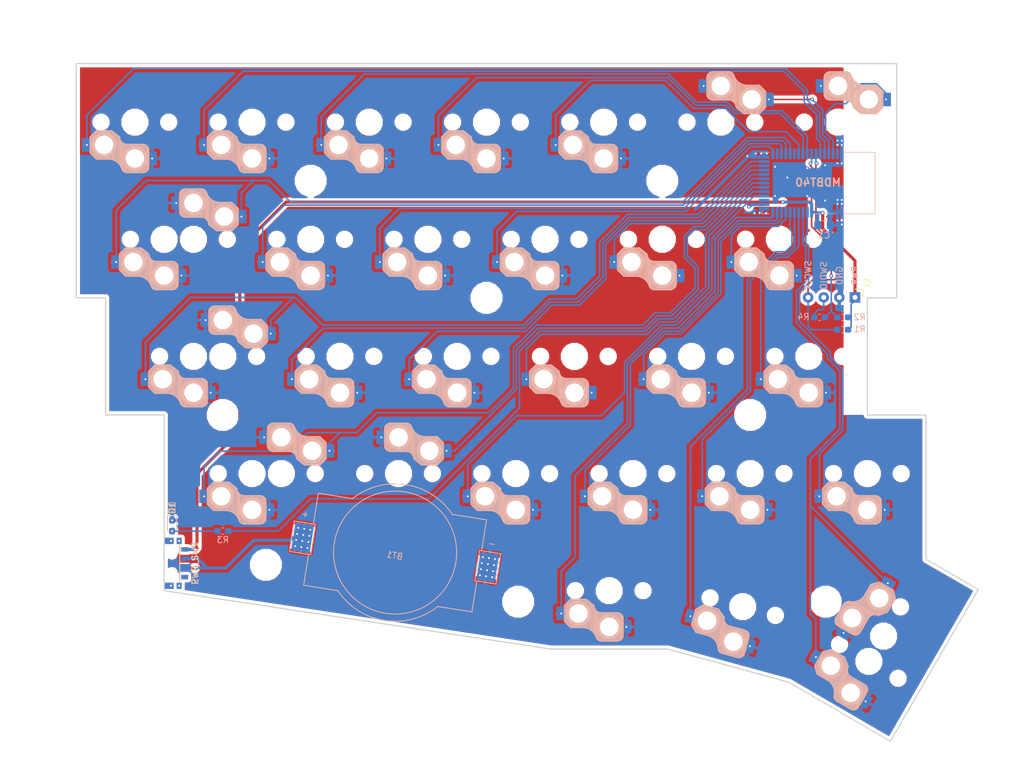
<source format=kicad_pcb>
(kicad_pcb (version 20171130) (host pcbnew "(5.0.1)-4")
  (layers (0 F.Cu signal) (31 B.Cu signal) (34 B.Paste user) (35 F.Paste user) (36 B.SilkS user) (37 F.SilkS user) (38 B.Mask user) (39 F.Mask user) (44 Edge.Cuts user))
  (net 0 "")
  (net 1 PWR)
  (net 2 GND)
  (net 3 "Net-(D1-Pad2)")
  (net 4 VCC)
  (net 5 SWCLK)
  (net 6 P21)
  (net 7 P22)
  (net 8 P23)
  (net 9 P24)
  (net 10 P25)
  (net 11 P26)
  (net 12 P27)
  (net 13 P28)
  (net 14 P29)
  (net 15 "Net-(MDBT40-Pad15)")
  (net 16 P30)
  (net 17 P0)
  (net 18 P1)
  (net 19 P2)
  (net 20 P3)
  (net 21 P4)
  (net 22 P5)
  (net 23 P6)
  (net 24 P7)
  (net 25 P8)
  (net 26 P9)
  (net 27 P10)
  (net 28 P11)
  (net 29 P12)
  (net 30 P13)
  (net 31 P14)
  (net 32 P15)
  (net 33 P16)
  (net 34 SWDIO)
  (net 35 P17)
  (net 36 P18)
  (net 37 P19)
  (net 38 P20)
  (net 39 "Net-(MDBT40-Pad41)")
  (net 40 "Net-(J2-Pad3)")
  (net 41 "Net-(PWR_SW2-Pad1)")
  (module mylib:Choc_Hotswap_1side (layer F.Cu) (at 38.625 77.95 180)
    (fp_text reference SW30 hide)
    (fp_text value SW_PUSH hide)
    (pad 1 thru_hole circle (at 7.8 -3.7 180) (size 0.6 0.6) (drill 0.3) (layers *.Cu) (net 27 P10))
    (pad 2 thru_hole circle (at -2.8 -5.9 180) (size 0.6 0.6) (drill 0.3) (layers *.Cu) (net 2 GND))
    (pad "" np_thru_hole circle (at -5.5 0 90) (size 1.8 1.8) (drill 1.8) (layers *.Cu *.Mask))
    (pad "" np_thru_hole circle (at 5.5 0 90) (size 1.8 1.8) (drill 1.8) (layers *.Cu *.Mask))
    (pad "" np_thru_hole circle (at 0 0 90) (size 3.4 3.4) (drill 3.4) (layers *.Cu *.Mask))
    (pad "" np_thru_hole circle (at 0 -5.9 90) (size 3 3) (drill 3) (layers *.Cu *.Mask))
    (pad "" np_thru_hole circle (at 5 -3.7 90) (size 3 3) (drill 3) (layers *.Cu *.Mask))
    (pad 2 smd rect (at -2.8 -5.9 180) (size 1.6 2.2) (layers B.Cu B.Paste B.Mask) (net 2 GND))
    (pad 1 smd rect (at 7.8 -3.7 180) (size 1.6 2.2) (layers B.Cu B.Paste B.Mask) (net 27 P10))
  )
  (module 317030026:317030026 (layer B.Cu) (at 94.7 68.8 90)
    (fp_text reference MDBT40 (at 0.1 7.35 -180) (layer B.SilkS) (effects (font (size 1.27 1.27) (thickness 0.254)) (justify mirror)))
    (fp_text value 317030026 hide)
    (pad 42 smd rect (at 4.75 11.2) (size 0.5 1.7) (layers B.Cu B.Paste B.Mask) (net 2 GND))
    (pad 41 smd rect (at 4.75 10.5) (size 0.5 1.7) (layers B.Cu B.Paste B.Mask) (net 39 "Net-(MDBT40-Pad41)"))
    (pad 40 smd rect (at 4.75 9.8) (size 0.5 1.7) (layers B.Cu B.Paste B.Mask) (net 38 P20))
    (pad 39 smd rect (at 4.75 9.1) (size 0.5 1.7) (layers B.Cu B.Paste B.Mask) (net 37 P19))
    (pad 38 smd rect (at 4.75 8.4) (size 0.5 1.7) (layers B.Cu B.Paste B.Mask) (net 36 P18))
    (pad 37 smd rect (at 4.75 7.7) (size 0.5 1.7) (layers B.Cu B.Paste B.Mask) (net 35 P17))
    (pad 36 smd rect (at 4.75 7) (size 0.5 1.7) (layers B.Cu B.Paste B.Mask) (net 5 SWCLK))
    (pad 35 smd rect (at 4.75 6.3) (size 0.5 1.7) (layers B.Cu B.Paste B.Mask) (net 34 SWDIO))
    (pad 34 smd rect (at 4.75 5.6) (size 0.5 1.7) (layers B.Cu B.Paste B.Mask) (net 33 P16))
    (pad 33 smd rect (at 4.75 4.9) (size 0.5 1.7) (layers B.Cu B.Paste B.Mask) (net 32 P15))
    (pad 32 smd rect (at 4.75 4.2) (size 0.5 1.7) (layers B.Cu B.Paste B.Mask) (net 31 P14))
    (pad 31 smd rect (at 4.75 3.5) (size 0.5 1.7) (layers B.Cu B.Paste B.Mask) (net 30 P13))
    (pad 30 smd rect (at 4.75 2.8) (size 0.5 1.7) (layers B.Cu B.Paste B.Mask) (net 29 P12))
    (pad 29 smd rect (at 4.75 2.1) (size 0.5 1.7) (layers B.Cu B.Paste B.Mask) (net 28 P11))
    (pad 28 smd rect (at 4.75 1.4) (size 0.5 1.7) (layers B.Cu B.Paste B.Mask) (net 27 P10))
    (pad 27 smd rect (at 4.75 0.7) (size 0.5 1.7) (layers B.Cu B.Paste B.Mask) (net 26 P9))
    (pad 26 smd rect (at 4.75 0) (size 0.5 1.7) (layers B.Cu B.Paste B.Mask) (net 25 P8))
    (pad 25 smd rect (at 4.2 -1.4 90) (size 0.5 1.7) (layers B.Cu B.Paste B.Mask) (net 2 GND))
    (pad 24 smd rect (at 3.5 -1.4 90) (size 0.5 1.7) (layers B.Cu B.Paste B.Mask) (net 24 P7))
    (pad 23 smd rect (at 2.8 -1.4 90) (size 0.5 1.7) (layers B.Cu B.Paste B.Mask) (net 23 P6))
    (pad 22 smd rect (at 2.1 -1.4 90) (size 0.5 1.7) (layers B.Cu B.Paste B.Mask) (net 22 P5))
    (pad 21 smd rect (at 1.4 -1.4 90) (size 0.5 1.7) (layers B.Cu B.Paste B.Mask) (net 21 P4))
    (pad 20 smd rect (at 0.7 -1.4 90) (size 0.5 1.7) (layers B.Cu B.Paste B.Mask) (net 20 P3))
    (pad 19 smd rect (at 0 -1.4 90) (size 0.5 1.7) (layers B.Cu B.Paste B.Mask) (net 19 P2))
    (pad 18 smd rect (at -0.7 -1.4 90) (size 0.5 1.7) (layers B.Cu B.Paste B.Mask) (net 18 P1))
    (pad 17 smd rect (at -1.4 -1.4 90) (size 0.5 1.7) (layers B.Cu B.Paste B.Mask) (net 17 P0))
    (pad 16 smd rect (at -2.1 -1.4 90) (size 0.5 1.7) (layers B.Cu B.Paste B.Mask) (net 16 P30))
    (pad 15 smd rect (at -2.8 -1.4 90) (size 0.5 1.7) (layers B.Cu B.Paste B.Mask) (net 15 "Net-(MDBT40-Pad15)"))
    (pad 14 smd rect (at -3.5 -1.4 90) (size 0.5 1.7) (layers B.Cu B.Paste B.Mask) (net 1 PWR))
    (pad 13 smd rect (at -4.2 -1.4 90) (size 0.5 1.7) (layers B.Cu B.Paste B.Mask) (net 2 GND))
    (pad 12 smd rect (at -4.75 0) (size 0.5 1.7) (layers B.Cu B.Paste B.Mask) (net 14 P29))
    (pad 11 smd rect (at -4.75 0.7) (size 0.5 1.7) (layers B.Cu B.Paste B.Mask) (net 13 P28))
    (pad 10 smd rect (at -4.75 1.4) (size 0.5 1.7) (layers B.Cu B.Paste B.Mask) (net 12 P27))
    (pad 9 smd rect (at -4.75 2.1) (size 0.5 1.7) (layers B.Cu B.Paste B.Mask) (net 11 P26))
    (pad 8 smd rect (at -4.75 2.8) (size 0.5 1.7) (layers B.Cu B.Paste B.Mask) (net 10 P25))
    (pad 7 smd rect (at -4.75 3.5) (size 0.5 1.7) (layers B.Cu B.Paste B.Mask) (net 9 P24))
    (pad 6 smd rect (at -4.75 4.2) (size 0.5 1.7) (layers B.Cu B.Paste B.Mask) (net 8 P23))
    (pad 5 smd rect (at -4.75 4.9) (size 0.5 1.7) (layers B.Cu B.Paste B.Mask) (net 7 P22))
    (pad 4 smd rect (at -4.75 5.6) (size 0.5 1.7) (layers B.Cu B.Paste B.Mask) (net 6 P21))
    (pad 3 smd rect (at -4.75 6.3) (size 0.5 1.7) (layers B.Cu B.Paste B.Mask) (net 1 PWR))
    (pad 2 smd rect (at -4.75 10.5) (size 0.5 1.7) (layers B.Cu B.Paste B.Mask) (net 2 GND))
    (pad 1 smd rect (at -4.75 11.2) (size 0.5 1.7) (layers B.Cu B.Paste B.Mask) (net 2 GND))
  )
  (module mylib:Choc_Hotswap_1side (layer F.Cu) (at 91.0125 116.05 180)
    (fp_text reference SW14 hide)
    (fp_text value SW_PUSH hide)
    (pad 1 thru_hole circle (at 7.8 -3.7 180) (size 0.6 0.6) (drill 0.3) (layers *.Cu) (net 9 P24))
    (pad 2 thru_hole circle (at -2.8 -5.9 180) (size 0.6 0.6) (drill 0.3) (layers *.Cu) (net 2 GND))
    (pad "" np_thru_hole circle (at -5.5 0 90) (size 1.8 1.8) (drill 1.8) (layers *.Cu *.Mask))
    (pad "" np_thru_hole circle (at 5.5 0 90) (size 1.8 1.8) (drill 1.8) (layers *.Cu *.Mask))
    (pad "" np_thru_hole circle (at 0 0 90) (size 3.4 3.4) (drill 3.4) (layers *.Cu *.Mask))
    (pad "" np_thru_hole circle (at 0 -5.9 90) (size 3 3) (drill 3) (layers *.Cu *.Mask))
    (pad "" np_thru_hole circle (at 5 -3.7 90) (size 3 3) (drill 3) (layers *.Cu *.Mask))
    (pad 2 smd rect (at -2.8 -5.9 180) (size 1.6 2.2) (layers B.Cu B.Paste B.Mask) (net 2 GND))
    (pad 1 smd rect (at 7.8 -3.7 180) (size 1.6 2.2) (layers B.Cu B.Paste B.Mask) (net 9 P24))
  )
  (module mylib:Choc_Hotswap_1side (layer F.Cu) (at 48.15 58.9 180)
    (fp_text reference SW24 hide)
    (fp_text value SW_PUSH hide)
    (pad 1 thru_hole circle (at 7.8 -3.7 180) (size 0.6 0.6) (drill 0.3) (layers *.Cu) (net 32 P15))
    (pad 2 thru_hole circle (at -2.8 -5.9 180) (size 0.6 0.6) (drill 0.3) (layers *.Cu) (net 2 GND))
    (pad "" np_thru_hole circle (at -5.5 0 90) (size 1.8 1.8) (drill 1.8) (layers *.Cu *.Mask))
    (pad "" np_thru_hole circle (at 5.5 0 90) (size 1.8 1.8) (drill 1.8) (layers *.Cu *.Mask))
    (pad "" np_thru_hole circle (at 0 0 90) (size 3.4 3.4) (drill 3.4) (layers *.Cu *.Mask))
    (pad "" np_thru_hole circle (at 0 -5.9 90) (size 3 3) (drill 3) (layers *.Cu *.Mask))
    (pad "" np_thru_hole circle (at 5 -3.7 90) (size 3 3) (drill 3) (layers *.Cu *.Mask))
    (pad 2 smd rect (at -2.8 -5.9 180) (size 1.6 2.2) (layers B.Cu B.Paste B.Mask) (net 2 GND))
    (pad 1 smd rect (at 7.8 -3.7 180) (size 1.6 2.2) (layers B.Cu B.Paste B.Mask) (net 32 P15))
  )
  (module mylib:Choc_Hotswap_1side (layer F.Cu) (at 86.25 58.9)
    (fp_text reference SW19 hide)
    (fp_text value SW_PUSH hide)
    (pad 1 thru_hole circle (at 7.8 -3.7) (size 0.6 0.6) (drill 0.3) (layers *.Cu) (net 37 P19))
    (pad 2 thru_hole circle (at -2.8 -5.9) (size 0.6 0.6) (drill 0.3) (layers *.Cu) (net 2 GND))
    (pad "" np_thru_hole circle (at -5.5 0 270) (size 1.8 1.8) (drill 1.8) (layers *.Cu *.Mask))
    (pad "" np_thru_hole circle (at 5.5 0 270) (size 1.8 1.8) (drill 1.8) (layers *.Cu *.Mask))
    (pad "" np_thru_hole circle (at 0 0 270) (size 3.4 3.4) (drill 3.4) (layers *.Cu *.Mask))
    (pad "" np_thru_hole circle (at 0 -5.9 270) (size 3 3) (drill 3) (layers *.Cu *.Mask))
    (pad "" np_thru_hole circle (at 5 -3.7 270) (size 3 3) (drill 3) (layers *.Cu *.Mask))
    (pad 2 smd rect (at -2.8 -5.9) (size 1.6 2.2) (layers B.Cu B.Paste B.Mask) (net 2 GND))
    (pad 1 smd rect (at 7.8 -3.7) (size 1.6 2.2) (layers B.Cu B.Paste B.Mask) (net 37 P19))
  )
  (module mylib:hole_4.2mm (layer B.Cu) (at 53.3 136.9 180)
    (fp_text reference "" hide)
    (fp_text value "")
    (pad "" np_thru_hole circle (at 0 0 180) (size 4.2 4.2) (drill 4.2) (layers *.Cu *.Mask))
  )
  (module mylib:Choc_Hotswap_1side (layer F.Cu) (at 95.775 77.95 180)
    (fp_text reference SW12 hide)
    (fp_text value SW_PUSH hide)
    (pad 1 thru_hole circle (at 7.8 -3.7 180) (size 0.6 0.6) (drill 0.3) (layers *.Cu) (net 11 P26))
    (pad 2 thru_hole circle (at -2.8 -5.9 180) (size 0.6 0.6) (drill 0.3) (layers *.Cu) (net 2 GND))
    (pad "" np_thru_hole circle (at -5.5 0 90) (size 1.8 1.8) (drill 1.8) (layers *.Cu *.Mask))
    (pad "" np_thru_hole circle (at 5.5 0 90) (size 1.8 1.8) (drill 1.8) (layers *.Cu *.Mask))
    (pad "" np_thru_hole circle (at 0 0 90) (size 3.4 3.4) (drill 3.4) (layers *.Cu *.Mask))
    (pad "" np_thru_hole circle (at 0 -5.9 90) (size 3 3) (drill 3) (layers *.Cu *.Mask))
    (pad "" np_thru_hole circle (at 5 -3.7 90) (size 3 3) (drill 3) (layers *.Cu *.Mask))
    (pad 2 smd rect (at -2.8 -5.9 180) (size 1.6 2.2) (layers B.Cu B.Paste B.Mask) (net 2 GND))
    (pad 1 smd rect (at 7.8 -3.7 180) (size 1.6 2.2) (layers B.Cu B.Paste B.Mask) (net 11 P26))
  )
  (module mylib:Choc_Hotswap_1side (layer F.Cu) (at 19.575 77.95 180)
    (fp_text reference SW29 hide)
    (fp_text value SW_PUSH hide)
    (pad 1 thru_hole circle (at 7.8 -3.7 180) (size 0.6 0.6) (drill 0.3) (layers *.Cu) (net 28 P11))
    (pad 2 thru_hole circle (at -2.8 -5.9 180) (size 0.6 0.6) (drill 0.3) (layers *.Cu) (net 2 GND))
    (pad "" np_thru_hole circle (at -5.5 0 90) (size 1.8 1.8) (drill 1.8) (layers *.Cu *.Mask))
    (pad "" np_thru_hole circle (at 5.5 0 90) (size 1.8 1.8) (drill 1.8) (layers *.Cu *.Mask))
    (pad "" np_thru_hole circle (at 0 0 90) (size 3.4 3.4) (drill 3.4) (layers *.Cu *.Mask))
    (pad "" np_thru_hole circle (at 0 -5.9 90) (size 3 3) (drill 3) (layers *.Cu *.Mask))
    (pad "" np_thru_hole circle (at 5 -3.7 90) (size 3 3) (drill 3) (layers *.Cu *.Mask))
    (pad 2 smd rect (at -2.8 -5.9 180) (size 1.6 2.2) (layers B.Cu B.Paste B.Mask) (net 2 GND))
    (pad 1 smd rect (at 7.8 -3.7 180) (size 1.6 2.2) (layers B.Cu B.Paste B.Mask) (net 28 P11))
  )
  (module mylib:Choc_Hotswap_1side (layer F.Cu) (at 0.525 77.95)
    (fp_text reference SW28_2 hide)
    (fp_text value SW_PUSH hide)
    (pad 1 smd rect (at 7.8 -3.7) (size 1.6 2.2) (layers B.Cu B.Paste B.Mask) (net 29 P12))
    (pad 2 smd rect (at -2.8 -5.9) (size 1.6 2.2) (layers B.Cu B.Paste B.Mask) (net 2 GND))
    (pad "" np_thru_hole circle (at 5 -3.7 270) (size 3 3) (drill 3) (layers *.Cu *.Mask))
    (pad "" np_thru_hole circle (at 0 -5.9 270) (size 3 3) (drill 3) (layers *.Cu *.Mask))
    (pad "" np_thru_hole circle (at 0 0 270) (size 3.4 3.4) (drill 3.4) (layers *.Cu *.Mask))
    (pad "" np_thru_hole circle (at 5.5 0 270) (size 1.8 1.8) (drill 1.8) (layers *.Cu *.Mask))
    (pad "" np_thru_hole circle (at -5.5 0 270) (size 1.8 1.8) (drill 1.8) (layers *.Cu *.Mask))
    (pad 2 thru_hole circle (at -2.8 -5.9) (size 0.6 0.6) (drill 0.3) (layers *.Cu) (net 2 GND))
    (pad 1 thru_hole circle (at 7.8 -3.7) (size 0.6 0.6) (drill 0.3) (layers *.Cu) (net 29 P12))
  )
  (module mylib:EG1257_edge (layer B.Cu) (at -2.95 130.65 90)
    (fp_text reference PWR_SW2 (at 0 3.75 90) (layer B.SilkS) (effects (justify mirror)))
    (fp_text value SW_DIP_x01)
    (pad 1 smd rect (at -2.25 2.05 90) (size 0.7 1.1) (layers B.Cu B.Paste B.Mask) (net 41 "Net-(PWR_SW2-Pad1)"))
    (pad 2 smd rect (at 0.75 2.05 90) (size 0.7 1.1) (layers B.Cu B.Paste B.Mask) (net 4 VCC))
    (pad 3 smd rect (at 2.25 2.05 90) (size 0.7 1.1) (layers B.Cu B.Paste B.Mask) (net 1 PWR))
    (pad "" smd rect (at 3.65 1.15 90) (size 1 0.8) (layers B.Cu B.Paste B.Mask))
    (pad "" smd rect (at 3.65 -0.5 90) (size 1 1.5) (layers B.Cu B.Paste B.Mask))
    (pad "" smd rect (at -3.65 -0.5 90) (size 1 1.5) (layers B.Cu B.Paste B.Mask))
    (pad "" smd rect (at -3.65 1.15 90) (size 1 0.8) (layers B.Cu B.Paste B.Mask))
    (pad "" np_thru_hole circle (at 1.5 0 90) (size 0.8 0.8) (drill 0.8) (layers *.Cu *.Mask))
    (pad "" np_thru_hole circle (at -1.5 0 90) (size 0.8 0.8) (drill 0.8) (layers *.Cu *.Mask))
    (pad "" thru_hole circle (at -3.65 1.15 90) (size 0.6 0.6) (drill 0.3) (layers *.Cu))
    (pad "" thru_hole circle (at -3.65 -0.2 90) (size 0.6 0.6) (drill 0.3) (layers *.Cu))
    (pad "" thru_hole circle (at 3.65 1.15 90) (size 0.6 0.6) (drill 0.3) (layers *.Cu))
    (pad "" thru_hole circle (at 3.65 -0.2 90) (size 0.6 0.6) (drill 0.3) (layers *.Cu))
  )
  (module mylib:EG1257_edge (layer F.Cu) (at -2.95 130.65 270)
    (fp_text reference PWR_SW1 (at 0 -3.75 270) (layer F.SilkS))
    (fp_text value SW_DIP_x01)
    (pad 1 smd rect (at -2.25 -2.05 270) (size 0.7 1.1) (layers F.Cu F.Paste F.Mask) (net 1 PWR))
    (pad 2 smd rect (at 0.75 -2.05 270) (size 0.7 1.1) (layers F.Cu F.Paste F.Mask) (net 4 VCC))
    (pad 3 smd rect (at 2.25 -2.05 270) (size 0.7 1.1) (layers F.Cu F.Paste F.Mask))
    (pad "" smd rect (at 3.65 -1.15 270) (size 1 0.8) (layers F.Cu F.Paste F.Mask))
    (pad "" smd rect (at 3.65 0.5 270) (size 1 1.5) (layers F.Cu F.Paste F.Mask))
    (pad "" smd rect (at -3.65 0.5 270) (size 1 1.5) (layers F.Cu F.Paste F.Mask))
    (pad "" smd rect (at -3.65 -1.15 270) (size 1 0.8) (layers F.Cu F.Paste F.Mask))
    (pad "" np_thru_hole circle (at 1.5 0 270) (size 0.8 0.8) (drill 0.8) (layers *.Cu *.Mask))
    (pad "" np_thru_hole circle (at -1.5 0 270) (size 0.8 0.8) (drill 0.8) (layers *.Cu *.Mask))
    (pad "" thru_hole circle (at -3.65 -1.15 270) (size 0.6 0.6) (drill 0.3) (layers *.Cu))
    (pad "" thru_hole circle (at -3.65 0.2 270) (size 0.6 0.6) (drill 0.3) (layers *.Cu))
    (pad "" thru_hole circle (at 3.65 -1.15 270) (size 0.6 0.6) (drill 0.3) (layers *.Cu))
    (pad "" thru_hole circle (at 3.65 0.2 270) (size 0.6 0.6) (drill 0.3) (layers *.Cu))
  )
  (module mylib:Choc_Hotswap_1side (layer F.Cu) (at -9 58.9 180)
    (fp_text reference SW27 hide)
    (fp_text value SW_PUSH hide)
    (pad 1 thru_hole circle (at 7.8 -3.7 180) (size 0.6 0.6) (drill 0.3) (layers *.Cu) (net 36 P18))
    (pad 2 thru_hole circle (at -2.8 -5.9 180) (size 0.6 0.6) (drill 0.3) (layers *.Cu) (net 2 GND))
    (pad "" np_thru_hole circle (at -5.5 0 90) (size 1.8 1.8) (drill 1.8) (layers *.Cu *.Mask))
    (pad "" np_thru_hole circle (at 5.5 0 90) (size 1.8 1.8) (drill 1.8) (layers *.Cu *.Mask))
    (pad "" np_thru_hole circle (at 0 0 90) (size 3.4 3.4) (drill 3.4) (layers *.Cu *.Mask))
    (pad "" np_thru_hole circle (at 0 -5.9 90) (size 3 3) (drill 3) (layers *.Cu *.Mask))
    (pad "" np_thru_hole circle (at 5 -3.7 90) (size 3 3) (drill 3) (layers *.Cu *.Mask))
    (pad 2 smd rect (at -2.8 -5.9 180) (size 1.6 2.2) (layers B.Cu B.Paste B.Mask) (net 2 GND))
    (pad 1 smd rect (at 7.8 -3.7 180) (size 1.6 2.2) (layers B.Cu B.Paste B.Mask) (net 36 P18))
  )
  (module mylib:Choc_Hotswap_1side_1.5u (layer F.Cu) (at 112.7 142.5 60)
    (fp_text reference SW17 hide)
    (fp_text value SW_PUSH hide)
    (pad 1 smd rect (at 7.8 -3.7 60) (size 1.6 2.2) (layers B.Cu B.Paste B.Mask) (net 7 P22))
    (pad 2 smd rect (at -2.8 -5.9 60) (size 1.6 2.2) (layers B.Cu B.Paste B.Mask) (net 2 GND))
    (pad "" np_thru_hole circle (at 5 -3.7 330) (size 3 3) (drill 3) (layers *.Cu *.Mask))
    (pad "" np_thru_hole circle (at 0 -5.9 330) (size 3 3) (drill 3) (layers *.Cu *.Mask))
    (pad "" np_thru_hole circle (at 0 0 330) (size 3.4 3.4) (drill 3.4) (layers *.Cu *.Mask))
    (pad "" np_thru_hole circle (at 5.5 0 330) (size 1.8 1.8) (drill 1.8) (layers *.Cu *.Mask))
    (pad "" np_thru_hole circle (at -5.5 0 330) (size 1.8 1.8) (drill 1.8) (layers *.Cu *.Mask))
    (pad 2 thru_hole circle (at -2.8 -5.9 60) (size 0.6 0.6) (drill 0.3) (layers *.Cu) (net 2 GND))
    (pad 1 thru_hole circle (at 7.8 -3.7 60) (size 0.6 0.6) (drill 0.3) (layers *.Cu) (net 7 P22))
  )
  (module mylib:Choc_Hotswap_1side (layer F.Cu) (at 10.05 58.9 180)
    (fp_text reference SW26 hide)
    (fp_text value SW_PUSH hide)
    (pad 1 thru_hole circle (at 7.8 -3.7 180) (size 0.6 0.6) (drill 0.3) (layers *.Cu) (net 35 P17))
    (pad 2 thru_hole circle (at -2.8 -5.9 180) (size 0.6 0.6) (drill 0.3) (layers *.Cu) (net 2 GND))
    (pad "" np_thru_hole circle (at -5.5 0 90) (size 1.8 1.8) (drill 1.8) (layers *.Cu *.Mask))
    (pad "" np_thru_hole circle (at 5.5 0 90) (size 1.8 1.8) (drill 1.8) (layers *.Cu *.Mask))
    (pad "" np_thru_hole circle (at 0 0 90) (size 3.4 3.4) (drill 3.4) (layers *.Cu *.Mask))
    (pad "" np_thru_hole circle (at 0 -5.9 90) (size 3 3) (drill 3) (layers *.Cu *.Mask))
    (pad "" np_thru_hole circle (at 5 -3.7 90) (size 3 3) (drill 3) (layers *.Cu *.Mask))
    (pad 2 smd rect (at -2.8 -5.9 180) (size 1.6 2.2) (layers B.Cu B.Paste B.Mask) (net 2 GND))
    (pad 1 smd rect (at 7.8 -3.7 180) (size 1.6 2.2) (layers B.Cu B.Paste B.Mask) (net 35 P17))
  )
  (module mylib:Choc_Hotswap_1side (layer F.Cu) (at -4.2375 77.95 180)
    (fp_text reference SW28 hide)
    (fp_text value SW_PUSH hide)
    (pad 1 thru_hole circle (at 7.8 -3.7 180) (size 0.6 0.6) (drill 0.3) (layers *.Cu) (net 29 P12))
    (pad 2 thru_hole circle (at -2.8 -5.9 180) (size 0.6 0.6) (drill 0.3) (layers *.Cu) (net 2 GND))
    (pad "" np_thru_hole circle (at -5.5 0 90) (size 1.8 1.8) (drill 1.8) (layers *.Cu *.Mask))
    (pad "" np_thru_hole circle (at 5.5 0 90) (size 1.8 1.8) (drill 1.8) (layers *.Cu *.Mask))
    (pad "" np_thru_hole circle (at 0 0 90) (size 3.4 3.4) (drill 3.4) (layers *.Cu *.Mask))
    (pad "" np_thru_hole circle (at 0 -5.9 90) (size 3 3) (drill 3) (layers *.Cu *.Mask))
    (pad "" np_thru_hole circle (at 5 -3.7 90) (size 3 3) (drill 3) (layers *.Cu *.Mask))
    (pad 2 smd rect (at -2.8 -5.9 180) (size 1.6 2.2) (layers B.Cu B.Paste B.Mask) (net 2 GND))
    (pad 1 smd rect (at 7.8 -3.7 180) (size 1.6 2.2) (layers B.Cu B.Paste B.Mask) (net 29 P12))
  )
  (module mylib:Choc_Hotswap_1side (layer F.Cu) (at 29.1 58.9 180)
    (fp_text reference SW25 hide)
    (fp_text value SW_PUSH hide)
    (pad 1 thru_hole circle (at 7.8 -3.7 180) (size 0.6 0.6) (drill 0.3) (layers *.Cu) (net 33 P16))
    (pad 2 thru_hole circle (at -2.8 -5.9 180) (size 0.6 0.6) (drill 0.3) (layers *.Cu) (net 2 GND))
    (pad "" np_thru_hole circle (at -5.5 0 90) (size 1.8 1.8) (drill 1.8) (layers *.Cu *.Mask))
    (pad "" np_thru_hole circle (at 5.5 0 90) (size 1.8 1.8) (drill 1.8) (layers *.Cu *.Mask))
    (pad "" np_thru_hole circle (at 0 0 90) (size 3.4 3.4) (drill 3.4) (layers *.Cu *.Mask))
    (pad "" np_thru_hole circle (at 0 -5.9 90) (size 3 3) (drill 3) (layers *.Cu *.Mask))
    (pad "" np_thru_hole circle (at 5 -3.7 90) (size 3 3) (drill 3) (layers *.Cu *.Mask))
    (pad 2 smd rect (at -2.8 -5.9 180) (size 1.6 2.2) (layers B.Cu B.Paste B.Mask) (net 2 GND))
    (pad 1 smd rect (at 7.8 -3.7 180) (size 1.6 2.2) (layers B.Cu B.Paste B.Mask) (net 33 P16))
  )
  (module mylib:bhsd-2032 (layer B.Cu) (at 33.3 128.9 171)
    (fp_text reference BT1 (at 0 -0.5 171) (layer B.SilkS) (effects (justify mirror)))
    (fp_text value Battery)
    (fp_text user + (at 15.4 3.9 171) (layer B.SilkS) (effects (justify mirror)))
    (fp_text user - (at -15.3 3.9 171) (layer B.SilkS) (effects (justify mirror)))
    (pad 1 smd rect (at 15.235 0 171) (size 3.05 4.57) (layers B.Cu B.Paste B.Mask) (net 4 VCC))
    (pad 2 smd rect (at -15.235 0 171) (size 3.05 4.57) (layers B.Cu B.Paste B.Mask) (net 2 GND))
    (pad 2 thru_hole circle (at -16.2 1.5 171) (size 0.6 0.6) (drill 0.3) (layers *.Cu) (net 2 GND))
    (pad 2 thru_hole circle (at -15.199997 1.5 171) (size 0.6 0.6) (drill 0.3) (layers *.Cu) (net 2 GND))
    (pad 2 thru_hole circle (at -14.2 1.5 171) (size 0.6 0.6) (drill 0.3) (layers *.Cu) (net 2 GND))
    (pad 2 thru_hole circle (at -16.2 0.5 171) (size 0.6 0.6) (drill 0.3) (layers *.Cu) (net 2 GND))
    (pad 2 thru_hole circle (at -15.2 0.5 171) (size 0.6 0.6) (drill 0.3) (layers *.Cu) (net 2 GND))
    (pad 2 thru_hole circle (at -14.2 0.5 171) (size 0.6 0.6) (drill 0.3) (layers *.Cu) (net 2 GND))
    (pad 2 thru_hole circle (at -16.2 -0.5 171) (size 0.6 0.6) (drill 0.3) (layers *.Cu) (net 2 GND))
    (pad 2 thru_hole circle (at -15.2 -0.5 171) (size 0.6 0.6) (drill 0.3) (layers *.Cu) (net 2 GND))
    (pad 2 thru_hole circle (at -16.2 -1.5 171) (size 0.6 0.6) (drill 0.3) (layers *.Cu) (net 2 GND))
    (pad 2 thru_hole circle (at -14.2 -0.5 171) (size 0.6 0.6) (drill 0.3) (layers *.Cu) (net 2 GND))
    (pad 2 thru_hole circle (at -15.199997 -1.5 171) (size 0.6 0.6) (drill 0.3) (layers *.Cu) (net 2 GND))
    (pad 2 thru_hole circle (at -14.2 -1.5 171) (size 0.6 0.6) (drill 0.3) (layers *.Cu) (net 2 GND))
    (pad 1 thru_hole circle (at 14.2 1.5 171) (size 0.6 0.6) (drill 0.3) (layers *.Cu) (net 4 VCC))
    (pad 1 thru_hole circle (at 15.199997 1.5 171) (size 0.6 0.6) (drill 0.3) (layers *.Cu) (net 4 VCC))
    (pad 1 thru_hole circle (at 14.2 0.5 171) (size 0.6 0.6) (drill 0.3) (layers *.Cu) (net 4 VCC))
    (pad 1 thru_hole circle (at 16.2 1.5 171) (size 0.6 0.6) (drill 0.3) (layers *.Cu) (net 4 VCC))
    (pad 1 thru_hole circle (at 15.2 0.5 171) (size 0.6 0.6) (drill 0.3) (layers *.Cu) (net 4 VCC))
    (pad 1 thru_hole circle (at 16.2 0.5 171) (size 0.6 0.6) (drill 0.3) (layers *.Cu) (net 4 VCC))
    (pad 1 thru_hole circle (at 14.2 -0.5 171) (size 0.6 0.6) (drill 0.3) (layers *.Cu) (net 4 VCC))
    (pad 1 thru_hole circle (at 15.2 -0.5 171) (size 0.6 0.6) (drill 0.3) (layers *.Cu) (net 4 VCC))
    (pad 1 thru_hole circle (at 14.2 -1.5 171) (size 0.6 0.6) (drill 0.3) (layers *.Cu) (net 4 VCC))
    (pad 1 thru_hole circle (at 16.2 -0.5 171) (size 0.6 0.6) (drill 0.3) (layers *.Cu) (net 4 VCC))
    (pad 1 thru_hole circle (at 15.199997 -1.5 171) (size 0.6 0.6) (drill 0.3) (layers *.Cu) (net 4 VCC))
    (pad 1 thru_hole circle (at 16.2 -1.5 171) (size 0.6 0.6) (drill 0.3) (layers *.Cu) (net 4 VCC))
  )
  (module mylib:Choc_Hotswap_1side (layer F.Cu) (at 67.2 58.9 180)
    (fp_text reference SW23 hide)
    (fp_text value SW_PUSH hide)
    (pad 1 thru_hole circle (at 7.8 -3.7 180) (size 0.6 0.6) (drill 0.3) (layers *.Cu) (net 31 P14))
    (pad 2 thru_hole circle (at -2.8 -5.9 180) (size 0.6 0.6) (drill 0.3) (layers *.Cu) (net 2 GND))
    (pad "" np_thru_hole circle (at -5.5 0 90) (size 1.8 1.8) (drill 1.8) (layers *.Cu *.Mask))
    (pad "" np_thru_hole circle (at 5.5 0 90) (size 1.8 1.8) (drill 1.8) (layers *.Cu *.Mask))
    (pad "" np_thru_hole circle (at 0 0 90) (size 3.4 3.4) (drill 3.4) (layers *.Cu *.Mask))
    (pad "" np_thru_hole circle (at 0 -5.9 90) (size 3 3) (drill 3) (layers *.Cu *.Mask))
    (pad "" np_thru_hole circle (at 5 -3.7 90) (size 3 3) (drill 3) (layers *.Cu *.Mask))
    (pad 2 smd rect (at -2.8 -5.9 180) (size 1.6 2.2) (layers B.Cu B.Paste B.Mask) (net 2 GND))
    (pad 1 smd rect (at 7.8 -3.7 180) (size 1.6 2.2) (layers B.Cu B.Paste B.Mask) (net 31 P14))
  )
  (module mylib:conn_throuth_01x04_stlink (layer F.Cu) (at 108.05 87.4 270)
    (fp_text reference J2 (at -2.30625 -2.0125 270) (layer F.SilkS))
    (fp_text value Conn_01x04)
    (fp_text user SWCLK (at -3.556 7.62 270) (layer B.SilkS) (effects (justify mirror)))
    (fp_text user SWDIO (at -3.556 5.08 270) (layer B.SilkS) (effects (justify mirror)))
    (fp_text user GND (at -3.556 2.54 270) (layer B.SilkS) (effects (justify mirror)))
    (fp_text user PWR (at -3.556 0 270) (layer B.SilkS) (effects (justify mirror)))
    (pad 1 thru_hole rect (at 0 0 270) (size 1.7 1.7) (drill 0.8) (layers *.Cu *.Mask) (net 1 PWR))
    (pad 2 thru_hole oval (at 0 2.54 270) (size 1.7 1.7) (drill 0.8) (layers *.Cu *.Mask) (net 2 GND))
    (pad 3 thru_hole oval (at 0 5.08 270) (size 1.7 1.7) (drill 0.8) (layers *.Cu *.Mask) (net 40 "Net-(J2-Pad3)"))
    (pad 4 thru_hole oval (at 0 7.62 270) (size 1.7 1.7) (drill 0.8) (layers *.Cu *.Mask) (net 5 SWCLK))
  )
  (module mylib:Choc_Hotswap_1side (layer F.Cu) (at 110.3 146.6 150)
    (fp_text reference SW17_2 hide)
    (fp_text value SW_PUSH hide)
    (pad 1 thru_hole circle (at 7.8 -3.7 150) (size 0.6 0.6) (drill 0.3) (layers *.Cu) (net 7 P22))
    (pad 2 thru_hole circle (at -2.8 -5.9 150) (size 0.6 0.6) (drill 0.3) (layers *.Cu) (net 2 GND))
    (pad "" np_thru_hole circle (at -5.5 0 60) (size 1.8 1.8) (drill 1.8) (layers *.Cu *.Mask))
    (pad "" np_thru_hole circle (at 5.5 0 60) (size 1.8 1.8) (drill 1.8) (layers *.Cu *.Mask))
    (pad "" np_thru_hole circle (at 0 0 60) (size 3.4 3.4) (drill 3.4) (layers *.Cu *.Mask))
    (pad "" np_thru_hole circle (at 0 -5.9 60) (size 3 3) (drill 3) (layers *.Cu *.Mask))
    (pad "" np_thru_hole circle (at 5 -3.7 60) (size 3 3) (drill 3) (layers *.Cu *.Mask))
    (pad 2 smd rect (at -2.8 -5.9 150) (size 1.6 2.2) (layers B.Cu B.Paste B.Mask) (net 2 GND))
    (pad 1 smd rect (at 7.8 -3.7 150) (size 1.6 2.2) (layers B.Cu B.Paste B.Mask) (net 7 P22))
  )
  (module LED_SMD:LED_0603_1608Metric_Pad1.05x0.95mm_HandSolder (layer B.Cu) (at -2.95 124.55 270)
    (fp_text reference D2 (at -3 0 270) (layer B.SilkS) (effects (justify mirror)))
    (fp_text value LED)
    (pad 2 smd roundrect (at 0.875 0 270) (size 1.05 0.95) (layers B.Cu B.Paste B.Mask) (net 3 "Net-(D1-Pad2)"))
    (pad 1 smd roundrect (at -0.875 0 270) (size 1.05 0.95) (layers B.Cu B.Paste B.Mask) (net 2 GND))
  )
  (module mylib:hole_4.2mm (layer B.Cu) (at 76.725 68.425 180)
    (fp_text reference "" hide)
    (fp_text value "")
    (pad "" np_thru_hole circle (at 0 0 180) (size 4.2 4.2) (drill 4.2) (layers *.Cu *.Mask))
  )
  (module mylib:hole_4.2mm (layer B.Cu) (at 103.3 136.9 180)
    (fp_text reference "" hide)
    (fp_text value "")
    (pad "" np_thru_hole circle (at 0 0 180) (size 4.2 4.2) (drill 4.2) (layers *.Cu *.Mask))
  )
  (module Resistor_SMD:R_0603_1608Metric_Pad1.05x0.95mm_HandSolder (layer B.Cu) (at 106.05 92.65 180)
    (fp_text reference R1 (at -2.75 0.1 180) (layer B.SilkS) (effects (justify mirror)))
    (fp_text value 10k)
    (pad 2 smd roundrect (at 0.875 0 180) (size 1.05 0.95) (layers B.Cu B.Paste B.Mask) (net 5 SWCLK))
    (pad 1 smd roundrect (at -0.875 0 180) (size 1.05 0.95) (layers B.Cu B.Paste B.Mask) (net 1 PWR))
  )
  (module Resistor_SMD:R_0603_1608Metric_Pad1.05x0.95mm_HandSolder (layer B.Cu) (at 5.3 125.4)
    (fp_text reference R3 (at 0 1.43) (layer B.SilkS) (effects (justify mirror)))
    (fp_text value 470)
    (pad 1 smd roundrect (at -0.875 0) (size 1.05 0.95) (layers B.Cu B.Paste B.Mask) (net 3 "Net-(D1-Pad2)"))
    (pad 2 smd roundrect (at 0.875 0) (size 1.05 0.95) (layers B.Cu B.Paste B.Mask) (net 18 P1))
  )
  (module Resistor_SMD:R_0603_1608Metric_Pad1.05x0.95mm_HandSolder (layer B.Cu) (at 102.3 90.65)
    (fp_text reference R4 (at -2.625 -0.1) (layer B.SilkS) (effects (justify mirror)))
    (fp_text value 22)
    (pad 1 smd roundrect (at -0.875 0) (size 1.05 0.95) (layers B.Cu B.Paste B.Mask) (net 40 "Net-(J2-Pad3)"))
    (pad 2 smd roundrect (at 0.875 0) (size 1.05 0.95) (layers B.Cu B.Paste B.Mask) (net 34 SWDIO))
  )
  (module mylib:Choc_Hotswap_1side (layer F.Cu) (at 105.3 58.9)
    (fp_text reference SW20 hide)
    (fp_text value SW_PUSH hide)
    (pad 1 thru_hole circle (at 7.8 -3.7) (size 0.6 0.6) (drill 0.3) (layers *.Cu) (net 38 P20))
    (pad 2 thru_hole circle (at -2.8 -5.9) (size 0.6 0.6) (drill 0.3) (layers *.Cu) (net 2 GND))
    (pad "" np_thru_hole circle (at -5.5 0 270) (size 1.8 1.8) (drill 1.8) (layers *.Cu *.Mask))
    (pad "" np_thru_hole circle (at 5.5 0 270) (size 1.8 1.8) (drill 1.8) (layers *.Cu *.Mask))
    (pad "" np_thru_hole circle (at 0 0 270) (size 3.4 3.4) (drill 3.4) (layers *.Cu *.Mask))
    (pad "" np_thru_hole circle (at 0 -5.9 270) (size 3 3) (drill 3) (layers *.Cu *.Mask))
    (pad "" np_thru_hole circle (at 5 -3.7 270) (size 3 3) (drill 3) (layers *.Cu *.Mask))
    (pad 2 smd rect (at -2.8 -5.9) (size 1.6 2.2) (layers B.Cu B.Paste B.Mask) (net 2 GND))
    (pad 1 smd rect (at 7.8 -3.7) (size 1.6 2.2) (layers B.Cu B.Paste B.Mask) (net 38 P20))
  )
  (module mylib:Choc_Hotswap_1side (layer F.Cu) (at 57.675 77.95 180)
    (fp_text reference SW1 hide)
    (fp_text value SW_PUSH hide)
    (pad 1 thru_hole circle (at 7.8 -3.7 180) (size 0.6 0.6) (drill 0.3) (layers *.Cu) (net 25 P8))
    (pad 2 thru_hole circle (at -2.8 -5.9 180) (size 0.6 0.6) (drill 0.3) (layers *.Cu) (net 2 GND))
    (pad "" np_thru_hole circle (at -5.5 0 90) (size 1.8 1.8) (drill 1.8) (layers *.Cu *.Mask))
    (pad "" np_thru_hole circle (at 5.5 0 90) (size 1.8 1.8) (drill 1.8) (layers *.Cu *.Mask))
    (pad "" np_thru_hole circle (at 0 0 90) (size 3.4 3.4) (drill 3.4) (layers *.Cu *.Mask))
    (pad "" np_thru_hole circle (at 0 -5.9 90) (size 3 3) (drill 3) (layers *.Cu *.Mask))
    (pad "" np_thru_hole circle (at 5 -3.7 90) (size 3 3) (drill 3) (layers *.Cu *.Mask))
    (pad 2 smd rect (at -2.8 -5.9 180) (size 1.6 2.2) (layers B.Cu B.Paste B.Mask) (net 2 GND))
    (pad 1 smd rect (at 7.8 -3.7 180) (size 1.6 2.2) (layers B.Cu B.Paste B.Mask) (net 25 P8))
  )
  (module mylib:hole_4.2mm (layer B.Cu) (at 12.3 130.9 180)
    (fp_text reference "" hide)
    (fp_text value "")
    (pad "" np_thru_hole circle (at 0 0 180) (size 4.2 4.2) (drill 4.2) (layers *.Cu *.Mask))
  )
  (module mylib:hole_4.2mm (layer B.Cu) (at 48.15 87.475 180)
    (fp_text reference "" hide)
    (fp_text value "")
    (pad "" np_thru_hole circle (at 0 0 180) (size 4.2 4.2) (drill 4.2) (layers *.Cu *.Mask))
  )
  (module mylib:hole_4.2mm (layer B.Cu) (at 91.0125 106.525 180)
    (fp_text reference "" hide)
    (fp_text value "")
    (pad "" np_thru_hole circle (at 0 0 180) (size 4.2 4.2) (drill 4.2) (layers *.Cu *.Mask))
  )
  (module Capacitor_SMD:C_0805_2012Metric_Pad1.15x1.40mm_HandSolder (layer B.Cu) (at 103.025 75.65)
    (fp_text reference C1 (at 0 1.65) (layer B.SilkS) (effects (justify mirror)))
    (fp_text value C)
    (pad 2 smd roundrect (at 1.025 0) (size 1.15 1.4) (layers B.Cu B.Paste B.Mask) (roundrect_rratio 0.217391) (net 2 GND))
    (pad 1 smd roundrect (at -1.025 0) (size 1.15 1.4) (layers B.Cu B.Paste B.Mask) (roundrect_rratio 0.217391) (net 1 PWR))
  )
  (module Resistor_SMD:R_0603_1608Metric_Pad1.05x0.95mm_HandSolder (layer B.Cu) (at 106.05 90.65 180)
    (fp_text reference R2 (at -2.75 0.05 180) (layer B.SilkS) (effects (justify mirror)))
    (fp_text value 10k)
    (pad 2 smd roundrect (at 0.875 0 180) (size 1.05 0.95) (layers B.Cu B.Paste B.Mask) (net 34 SWDIO))
    (pad 1 smd roundrect (at -0.875 0 180) (size 1.05 0.95) (layers B.Cu B.Paste B.Mask) (net 1 PWR))
  )
  (module mylib:hole_4.2mm (layer B.Cu) (at 5.2875 106.525 180)
    (fp_text reference "" hide)
    (fp_text value "")
    (pad "" np_thru_hole circle (at 0 0 180) (size 4.2 4.2) (drill 4.2) (layers *.Cu *.Mask))
  )
  (module mylib:hole_4.2mm (layer B.Cu) (at 19.575 68.425 180)
    (fp_text reference "" hide)
    (fp_text value "")
    (pad "" np_thru_hole circle (at 0 0 180) (size 4.2 4.2) (drill 4.2) (layers *.Cu *.Mask))
  )
  (module LED_SMD:LED_0603_1608Metric_Pad1.05x0.95mm_HandSolder (layer F.Cu) (at -2.95 124.525 270)
    (fp_text reference D1 (at -2.875 0 270) (layer F.SilkS))
    (fp_text value LED)
    (pad 2 smd roundrect (at 0.875 0 270) (size 1.05 0.95) (layers F.Cu F.Paste F.Mask) (net 3 "Net-(D1-Pad2)"))
    (pad 1 smd roundrect (at -0.875 0 270) (size 1.05 0.95) (layers F.Cu F.Paste F.Mask) (net 2 GND))
  )
  (module mylib:Choc_Hotswap_1side (layer F.Cu) (at 76.725 77.95 180)
    (fp_text reference SW2 hide)
    (fp_text value SW_PUSH hide)
    (pad 1 thru_hole circle (at 7.8 -3.7 180) (size 0.6 0.6) (drill 0.3) (layers *.Cu) (net 21 P4))
    (pad 2 thru_hole circle (at -2.8 -5.9 180) (size 0.6 0.6) (drill 0.3) (layers *.Cu) (net 2 GND))
    (pad "" np_thru_hole circle (at -5.5 0 90) (size 1.8 1.8) (drill 1.8) (layers *.Cu *.Mask))
    (pad "" np_thru_hole circle (at 5.5 0 90) (size 1.8 1.8) (drill 1.8) (layers *.Cu *.Mask))
    (pad "" np_thru_hole circle (at 0 0 90) (size 3.4 3.4) (drill 3.4) (layers *.Cu *.Mask))
    (pad "" np_thru_hole circle (at 0 -5.9 90) (size 3 3) (drill 3) (layers *.Cu *.Mask))
    (pad "" np_thru_hole circle (at 5 -3.7 90) (size 3 3) (drill 3) (layers *.Cu *.Mask))
    (pad 2 smd rect (at -2.8 -5.9 180) (size 1.6 2.2) (layers B.Cu B.Paste B.Mask) (net 2 GND))
    (pad 1 smd rect (at 7.8 -3.7 180) (size 1.6 2.2) (layers B.Cu B.Paste B.Mask) (net 21 P4))
  )
  (module mylib:Choc_Hotswap_1side (layer F.Cu) (at 62.4375 97 180)
    (fp_text reference SW6 hide)
    (fp_text value SW_PUSH hide)
    (pad 1 thru_hole circle (at 7.8 -3.7 180) (size 0.6 0.6) (drill 0.3) (layers *.Cu) (net 17 P0))
    (pad 2 thru_hole circle (at -2.8 -5.9 180) (size 0.6 0.6) (drill 0.3) (layers *.Cu) (net 2 GND))
    (pad "" np_thru_hole circle (at -5.5 0 90) (size 1.8 1.8) (drill 1.8) (layers *.Cu *.Mask))
    (pad "" np_thru_hole circle (at 5.5 0 90) (size 1.8 1.8) (drill 1.8) (layers *.Cu *.Mask))
    (pad "" np_thru_hole circle (at 0 0 90) (size 3.4 3.4) (drill 3.4) (layers *.Cu *.Mask))
    (pad "" np_thru_hole circle (at 0 -5.9 90) (size 3 3) (drill 3) (layers *.Cu *.Mask))
    (pad "" np_thru_hole circle (at 5 -3.7 90) (size 3 3) (drill 3) (layers *.Cu *.Mask))
    (pad 2 smd rect (at -2.8 -5.9 180) (size 1.6 2.2) (layers B.Cu B.Paste B.Mask) (net 2 GND))
    (pad 1 smd rect (at 7.8 -3.7 180) (size 1.6 2.2) (layers B.Cu B.Paste B.Mask) (net 17 P0))
  )
  (module mylib:Choc_Hotswap_1side (layer F.Cu) (at 89.8 137.7 165)
    (fp_text reference SW16 hide)
    (fp_text value SW_PUSH hide)
    (pad 1 thru_hole circle (at 7.8 -3.7 165) (size 0.6 0.6) (drill 0.3) (layers *.Cu) (net 10 P25))
    (pad 2 thru_hole circle (at -2.8 -5.9 165) (size 0.6 0.6) (drill 0.3) (layers *.Cu) (net 2 GND))
    (pad "" np_thru_hole circle (at -5.5 0 75) (size 1.8 1.8) (drill 1.8) (layers *.Cu *.Mask))
    (pad "" np_thru_hole circle (at 5.5 0 75) (size 1.8 1.8) (drill 1.8) (layers *.Cu *.Mask))
    (pad "" np_thru_hole circle (at 0 0 75) (size 3.4 3.4) (drill 3.4) (layers *.Cu *.Mask))
    (pad "" np_thru_hole circle (at 0 -5.9 75) (size 3 3) (drill 3) (layers *.Cu *.Mask))
    (pad "" np_thru_hole circle (at 5 -3.7 75) (size 3 3) (drill 3) (layers *.Cu *.Mask))
    (pad 2 smd rect (at -2.8 -5.9 165) (size 1.6 2.2) (layers B.Cu B.Paste B.Mask) (net 2 GND))
    (pad 1 smd rect (at 7.8 -3.7 165) (size 1.6 2.2) (layers B.Cu B.Paste B.Mask) (net 10 P25))
  )
  (module mylib:Choc_Hotswap_1side (layer F.Cu) (at 52.9125 116.05 180)
    (fp_text reference SW10 hide)
    (fp_text value SW_PUSH hide)
    (pad 1 thru_hole circle (at 7.8 -3.7 180) (size 0.6 0.6) (drill 0.3) (layers *.Cu) (net 16 P30))
    (pad 2 thru_hole circle (at -2.8 -5.9 180) (size 0.6 0.6) (drill 0.3) (layers *.Cu) (net 2 GND))
    (pad "" np_thru_hole circle (at -5.5 0 90) (size 1.8 1.8) (drill 1.8) (layers *.Cu *.Mask))
    (pad "" np_thru_hole circle (at 5.5 0 90) (size 1.8 1.8) (drill 1.8) (layers *.Cu *.Mask))
    (pad "" np_thru_hole circle (at 0 0 90) (size 3.4 3.4) (drill 3.4) (layers *.Cu *.Mask))
    (pad "" np_thru_hole circle (at 0 -5.9 90) (size 3 3) (drill 3) (layers *.Cu *.Mask))
    (pad "" np_thru_hole circle (at 5 -3.7 90) (size 3 3) (drill 3) (layers *.Cu *.Mask))
    (pad 2 smd rect (at -2.8 -5.9 180) (size 1.6 2.2) (layers B.Cu B.Paste B.Mask) (net 2 GND))
    (pad 1 smd rect (at 7.8 -3.7 180) (size 1.6 2.2) (layers B.Cu B.Paste B.Mask) (net 16 P30))
  )
  (module mylib:Choc_Hotswap_1side (layer F.Cu) (at 33.8625 116.05)
    (fp_text reference SW9 hide)
    (fp_text value SW_PUSH hide)
    (pad 1 thru_hole circle (at 7.8 -3.7) (size 0.6 0.6) (drill 0.3) (layers *.Cu) (net 19 P2))
    (pad 2 thru_hole circle (at -2.8 -5.9) (size 0.6 0.6) (drill 0.3) (layers *.Cu) (net 2 GND))
    (pad "" np_thru_hole circle (at -5.5 0 270) (size 1.8 1.8) (drill 1.8) (layers *.Cu *.Mask))
    (pad "" np_thru_hole circle (at 5.5 0 270) (size 1.8 1.8) (drill 1.8) (layers *.Cu *.Mask))
    (pad "" np_thru_hole circle (at 0 0 270) (size 3.4 3.4) (drill 3.4) (layers *.Cu *.Mask))
    (pad "" np_thru_hole circle (at 0 -5.9 270) (size 3 3) (drill 3) (layers *.Cu *.Mask))
    (pad "" np_thru_hole circle (at 5 -3.7 270) (size 3 3) (drill 3) (layers *.Cu *.Mask))
    (pad 2 smd rect (at -2.8 -5.9) (size 1.6 2.2) (layers B.Cu B.Paste B.Mask) (net 2 GND))
    (pad 1 smd rect (at 7.8 -3.7) (size 1.6 2.2) (layers B.Cu B.Paste B.Mask) (net 19 P2))
  )
  (module mylib:Choc_Hotswap_1side (layer F.Cu) (at 14.8125 116.05)
    (fp_text reference SW22 hide)
    (fp_text value SW_PUSH hide)
    (pad 1 thru_hole circle (at 7.8 -3.7) (size 0.6 0.6) (drill 0.3) (layers *.Cu) (net 20 P3))
    (pad 2 thru_hole circle (at -2.8 -5.9) (size 0.6 0.6) (drill 0.3) (layers *.Cu) (net 2 GND))
    (pad "" np_thru_hole circle (at -5.5 0 270) (size 1.8 1.8) (drill 1.8) (layers *.Cu *.Mask))
    (pad "" np_thru_hole circle (at 5.5 0 270) (size 1.8 1.8) (drill 1.8) (layers *.Cu *.Mask))
    (pad "" np_thru_hole circle (at 0 0 270) (size 3.4 3.4) (drill 3.4) (layers *.Cu *.Mask))
    (pad "" np_thru_hole circle (at 0 -5.9 270) (size 3 3) (drill 3) (layers *.Cu *.Mask))
    (pad "" np_thru_hole circle (at 5 -3.7 270) (size 3 3) (drill 3) (layers *.Cu *.Mask))
    (pad 2 smd rect (at -2.8 -5.9) (size 1.6 2.2) (layers B.Cu B.Paste B.Mask) (net 2 GND))
    (pad 1 smd rect (at 7.8 -3.7) (size 1.6 2.2) (layers B.Cu B.Paste B.Mask) (net 20 P3))
  )
  (module mylib:Choc_Hotswap_1side (layer F.Cu) (at 71.9625 116.05 180)
    (fp_text reference SW11 hide)
    (fp_text value SW_PUSH hide)
    (pad 1 thru_hole circle (at 7.8 -3.7 180) (size 0.6 0.6) (drill 0.3) (layers *.Cu) (net 13 P28))
    (pad 2 thru_hole circle (at -2.8 -5.9 180) (size 0.6 0.6) (drill 0.3) (layers *.Cu) (net 2 GND))
    (pad "" np_thru_hole circle (at -5.5 0 90) (size 1.8 1.8) (drill 1.8) (layers *.Cu *.Mask))
    (pad "" np_thru_hole circle (at 5.5 0 90) (size 1.8 1.8) (drill 1.8) (layers *.Cu *.Mask))
    (pad "" np_thru_hole circle (at 0 0 90) (size 3.4 3.4) (drill 3.4) (layers *.Cu *.Mask))
    (pad "" np_thru_hole circle (at 0 -5.9 90) (size 3 3) (drill 3) (layers *.Cu *.Mask))
    (pad "" np_thru_hole circle (at 5 -3.7 90) (size 3 3) (drill 3) (layers *.Cu *.Mask))
    (pad 2 smd rect (at -2.8 -5.9 180) (size 1.6 2.2) (layers B.Cu B.Paste B.Mask) (net 2 GND))
    (pad 1 smd rect (at 7.8 -3.7 180) (size 1.6 2.2) (layers B.Cu B.Paste B.Mask) (net 13 P28))
  )
  (module mylib:Choc_Hotswap_1side (layer F.Cu) (at 43.3875 97 180)
    (fp_text reference SW5 hide)
    (fp_text value SW_PUSH hide)
    (pad 1 thru_hole circle (at 7.8 -3.7 180) (size 0.6 0.6) (drill 0.3) (layers *.Cu) (net 22 P5))
    (pad 2 thru_hole circle (at -2.8 -5.9 180) (size 0.6 0.6) (drill 0.3) (layers *.Cu) (net 2 GND))
    (pad "" np_thru_hole circle (at -5.5 0 90) (size 1.8 1.8) (drill 1.8) (layers *.Cu *.Mask))
    (pad "" np_thru_hole circle (at 5.5 0 90) (size 1.8 1.8) (drill 1.8) (layers *.Cu *.Mask))
    (pad "" np_thru_hole circle (at 0 0 90) (size 3.4 3.4) (drill 3.4) (layers *.Cu *.Mask))
    (pad "" np_thru_hole circle (at 0 -5.9 90) (size 3 3) (drill 3) (layers *.Cu *.Mask))
    (pad "" np_thru_hole circle (at 5 -3.7 90) (size 3 3) (drill 3) (layers *.Cu *.Mask))
    (pad 2 smd rect (at -2.8 -5.9 180) (size 1.6 2.2) (layers B.Cu B.Paste B.Mask) (net 2 GND))
    (pad 1 smd rect (at 7.8 -3.7 180) (size 1.6 2.2) (layers B.Cu B.Paste B.Mask) (net 22 P5))
  )
  (module mylib:Choc_Hotswap_1side (layer F.Cu) (at 24.3375 97 180)
    (fp_text reference SW4 hide)
    (fp_text value SW_PUSH hide)
    (pad 1 thru_hole circle (at 7.8 -3.7 180) (size 0.6 0.6) (drill 0.3) (layers *.Cu) (net 23 P6))
    (pad 2 thru_hole circle (at -2.8 -5.9 180) (size 0.6 0.6) (drill 0.3) (layers *.Cu) (net 2 GND))
    (pad "" np_thru_hole circle (at -5.5 0 90) (size 1.8 1.8) (drill 1.8) (layers *.Cu *.Mask))
    (pad "" np_thru_hole circle (at 5.5 0 90) (size 1.8 1.8) (drill 1.8) (layers *.Cu *.Mask))
    (pad "" np_thru_hole circle (at 0 0 90) (size 3.4 3.4) (drill 3.4) (layers *.Cu *.Mask))
    (pad "" np_thru_hole circle (at 0 -5.9 90) (size 3 3) (drill 3) (layers *.Cu *.Mask))
    (pad "" np_thru_hole circle (at 5 -3.7 90) (size 3 3) (drill 3) (layers *.Cu *.Mask))
    (pad 2 smd rect (at -2.8 -5.9 180) (size 1.6 2.2) (layers B.Cu B.Paste B.Mask) (net 2 GND))
    (pad 1 smd rect (at 7.8 -3.7 180) (size 1.6 2.2) (layers B.Cu B.Paste B.Mask) (net 23 P6))
  )
  (module mylib:Choc_Hotswap_1side (layer F.Cu) (at 0.525 97 180)
    (fp_text reference SW3 hide)
    (fp_text value SW_PUSH hide)
    (pad 1 thru_hole circle (at 7.8 -3.7 180) (size 0.6 0.6) (drill 0.3) (layers *.Cu) (net 24 P7))
    (pad 2 thru_hole circle (at -2.8 -5.9 180) (size 0.6 0.6) (drill 0.3) (layers *.Cu) (net 2 GND))
    (pad "" np_thru_hole circle (at -5.5 0 90) (size 1.8 1.8) (drill 1.8) (layers *.Cu *.Mask))
    (pad "" np_thru_hole circle (at 5.5 0 90) (size 1.8 1.8) (drill 1.8) (layers *.Cu *.Mask))
    (pad "" np_thru_hole circle (at 0 0 90) (size 3.4 3.4) (drill 3.4) (layers *.Cu *.Mask))
    (pad "" np_thru_hole circle (at 0 -5.9 90) (size 3 3) (drill 3) (layers *.Cu *.Mask))
    (pad "" np_thru_hole circle (at 5 -3.7 90) (size 3 3) (drill 3) (layers *.Cu *.Mask))
    (pad 2 smd rect (at -2.8 -5.9 180) (size 1.6 2.2) (layers B.Cu B.Paste B.Mask) (net 2 GND))
    (pad 1 smd rect (at 7.8 -3.7 180) (size 1.6 2.2) (layers B.Cu B.Paste B.Mask) (net 24 P7))
  )
  (module mylib:Choc_Hotswap_1side (layer F.Cu) (at 110.0625 116.05 180)
    (fp_text reference SW18 hide)
    (fp_text value SW_PUSH hide)
    (pad 1 thru_hole circle (at 7.8 -3.7 180) (size 0.6 0.6) (drill 0.3) (layers *.Cu) (net 6 P21))
    (pad 2 thru_hole circle (at -2.8 -5.9 180) (size 0.6 0.6) (drill 0.3) (layers *.Cu) (net 2 GND))
    (pad "" np_thru_hole circle (at -5.5 0 90) (size 1.8 1.8) (drill 1.8) (layers *.Cu *.Mask))
    (pad "" np_thru_hole circle (at 5.5 0 90) (size 1.8 1.8) (drill 1.8) (layers *.Cu *.Mask))
    (pad "" np_thru_hole circle (at 0 0 90) (size 3.4 3.4) (drill 3.4) (layers *.Cu *.Mask))
    (pad "" np_thru_hole circle (at 0 -5.9 90) (size 3 3) (drill 3) (layers *.Cu *.Mask))
    (pad "" np_thru_hole circle (at 5 -3.7 90) (size 3 3) (drill 3) (layers *.Cu *.Mask))
    (pad 2 smd rect (at -2.8 -5.9 180) (size 1.6 2.2) (layers B.Cu B.Paste B.Mask) (net 2 GND))
    (pad 1 smd rect (at 7.8 -3.7 180) (size 1.6 2.2) (layers B.Cu B.Paste B.Mask) (net 6 P21))
  )
  (module mylib:Choc_Hotswap_1side (layer F.Cu) (at 5.2875 97)
    (fp_text reference SW21 hide)
    (fp_text value SW_PUSH hide)
    (pad 1 thru_hole circle (at 7.8 -3.7) (size 0.6 0.6) (drill 0.3) (layers *.Cu) (net 24 P7))
    (pad 2 thru_hole circle (at -2.8 -5.9) (size 0.6 0.6) (drill 0.3) (layers *.Cu) (net 2 GND))
    (pad "" np_thru_hole circle (at -5.5 0 270) (size 1.8 1.8) (drill 1.8) (layers *.Cu *.Mask))
    (pad "" np_thru_hole circle (at 5.5 0 270) (size 1.8 1.8) (drill 1.8) (layers *.Cu *.Mask))
    (pad "" np_thru_hole circle (at 0 0 270) (size 3.4 3.4) (drill 3.4) (layers *.Cu *.Mask))
    (pad "" np_thru_hole circle (at 0 -5.9 270) (size 3 3) (drill 3) (layers *.Cu *.Mask))
    (pad "" np_thru_hole circle (at 5 -3.7 270) (size 3 3) (drill 3) (layers *.Cu *.Mask))
    (pad 2 smd rect (at -2.8 -5.9) (size 1.6 2.2) (layers B.Cu B.Paste B.Mask) (net 2 GND))
    (pad 1 smd rect (at 7.8 -3.7) (size 1.6 2.2) (layers B.Cu B.Paste B.Mask) (net 24 P7))
  )
  (module mylib:Choc_Hotswap_1side (layer F.Cu) (at 68.1 135.1 180)
    (fp_text reference SW15 hide)
    (fp_text value SW_PUSH hide)
    (pad 1 thru_hole circle (at 7.8 -3.7 180) (size 0.6 0.6) (drill 0.3) (layers *.Cu) (net 14 P29))
    (pad 2 thru_hole circle (at -2.8 -5.9 180) (size 0.6 0.6) (drill 0.3) (layers *.Cu) (net 2 GND))
    (pad "" np_thru_hole circle (at -5.5 0 90) (size 1.8 1.8) (drill 1.8) (layers *.Cu *.Mask))
    (pad "" np_thru_hole circle (at 5.5 0 90) (size 1.8 1.8) (drill 1.8) (layers *.Cu *.Mask))
    (pad "" np_thru_hole circle (at 0 0 90) (size 3.4 3.4) (drill 3.4) (layers *.Cu *.Mask))
    (pad "" np_thru_hole circle (at 0 -5.9 90) (size 3 3) (drill 3) (layers *.Cu *.Mask))
    (pad "" np_thru_hole circle (at 5 -3.7 90) (size 3 3) (drill 3) (layers *.Cu *.Mask))
    (pad 2 smd rect (at -2.8 -5.9 180) (size 1.6 2.2) (layers B.Cu B.Paste B.Mask) (net 2 GND))
    (pad 1 smd rect (at 7.8 -3.7 180) (size 1.6 2.2) (layers B.Cu B.Paste B.Mask) (net 14 P29))
  )
  (module mylib:Choc_Hotswap_1side (layer F.Cu) (at 100.5375 97 180)
    (fp_text reference SW13 hide)
    (fp_text value SW_PUSH hide)
    (pad 1 thru_hole circle (at 7.8 -3.7 180) (size 0.6 0.6) (drill 0.3) (layers *.Cu) (net 8 P23))
    (pad 2 thru_hole circle (at -2.8 -5.9 180) (size 0.6 0.6) (drill 0.3) (layers *.Cu) (net 2 GND))
    (pad "" np_thru_hole circle (at -5.5 0 90) (size 1.8 1.8) (drill 1.8) (layers *.Cu *.Mask))
    (pad "" np_thru_hole circle (at 5.5 0 90) (size 1.8 1.8) (drill 1.8) (layers *.Cu *.Mask))
    (pad "" np_thru_hole circle (at 0 0 90) (size 3.4 3.4) (drill 3.4) (layers *.Cu *.Mask))
    (pad "" np_thru_hole circle (at 0 -5.9 90) (size 3 3) (drill 3) (layers *.Cu *.Mask))
    (pad "" np_thru_hole circle (at 5 -3.7 90) (size 3 3) (drill 3) (layers *.Cu *.Mask))
    (pad 2 smd rect (at -2.8 -5.9 180) (size 1.6 2.2) (layers B.Cu B.Paste B.Mask) (net 2 GND))
    (pad 1 smd rect (at 7.8 -3.7 180) (size 1.6 2.2) (layers B.Cu B.Paste B.Mask) (net 8 P23))
  )
  (module mylib:Choc_Hotswap_1side (layer F.Cu) (at 10.05 116.05 180)
    (fp_text reference SW8 hide)
    (fp_text value SW_PUSH hide)
    (pad 1 thru_hole circle (at 7.8 -3.7 180) (size 0.6 0.6) (drill 0.3) (layers *.Cu) (net 20 P3))
    (pad 2 thru_hole circle (at -2.8 -5.9 180) (size 0.6 0.6) (drill 0.3) (layers *.Cu) (net 2 GND))
    (pad "" np_thru_hole circle (at -5.5 0 90) (size 1.8 1.8) (drill 1.8) (layers *.Cu *.Mask))
    (pad "" np_thru_hole circle (at 5.5 0 90) (size 1.8 1.8) (drill 1.8) (layers *.Cu *.Mask))
    (pad "" np_thru_hole circle (at 0 0 90) (size 3.4 3.4) (drill 3.4) (layers *.Cu *.Mask))
    (pad "" np_thru_hole circle (at 0 -5.9 90) (size 3 3) (drill 3) (layers *.Cu *.Mask))
    (pad "" np_thru_hole circle (at 5 -3.7 90) (size 3 3) (drill 3) (layers *.Cu *.Mask))
    (pad 2 smd rect (at -2.8 -5.9 180) (size 1.6 2.2) (layers B.Cu B.Paste B.Mask) (net 2 GND))
    (pad 1 smd rect (at 7.8 -3.7 180) (size 1.6 2.2) (layers B.Cu B.Paste B.Mask) (net 20 P3))
  )
  (module mylib:Choc_Hotswap_1side (layer F.Cu) (at 81.4875 97 180)
    (fp_text reference SW7 hide)
    (fp_text value SW_PUSH hide)
    (pad 1 thru_hole circle (at 7.8 -3.7 180) (size 0.6 0.6) (drill 0.3) (layers *.Cu) (net 12 P27))
    (pad 2 thru_hole circle (at -2.8 -5.9 180) (size 0.6 0.6) (drill 0.3) (layers *.Cu) (net 2 GND))
    (pad "" np_thru_hole circle (at -5.5 0 90) (size 1.8 1.8) (drill 1.8) (layers *.Cu *.Mask))
    (pad "" np_thru_hole circle (at 5.5 0 90) (size 1.8 1.8) (drill 1.8) (layers *.Cu *.Mask))
    (pad "" np_thru_hole circle (at 0 0 90) (size 3.4 3.4) (drill 3.4) (layers *.Cu *.Mask))
    (pad "" np_thru_hole circle (at 0 -5.9 90) (size 3 3) (drill 3) (layers *.Cu *.Mask))
    (pad "" np_thru_hole circle (at 5 -3.7 90) (size 3 3) (drill 3) (layers *.Cu *.Mask))
    (pad 2 smd rect (at -2.8 -5.9 180) (size 1.6 2.2) (layers B.Cu B.Paste B.Mask) (net 2 GND))
    (pad 1 smd rect (at 7.8 -3.7 180) (size 1.6 2.2) (layers B.Cu B.Paste B.Mask) (net 12 P27))
  )
  (gr_line (start 119.6 130) (end 119.6 129.3) (layer Edge.Cuts) (width 0.2))
  (gr_line (start -13.7625 87.475) (end -13.7625 106.525) (layer Edge.Cuts) (width 0.2))
  (gr_line (start -4.2375 106.525) (end -4.2375 135.1) (layer Edge.Cuts) (width 0.2))
  (gr_line (start 113.8 159.6) (end 128.1 134.9) (layer Edge.Cuts) (width 0.2))
  (gr_line (start 114.825 68.425) (end 114.825 49.375) (layer Edge.Cuts) (width 0.2))
  (gr_line (start 58.6 144.6) (end 77.6 144.6) (layer Edge.Cuts) (width 0.2))
  (gr_line (start 128.1 134.9) (end 119.6 130) (layer Edge.Cuts) (width 0.2))
  (gr_line (start 114.825 87.475) (end 110.0625 87.475) (layer Edge.Cuts) (width 0.2))
  (gr_line (start 77.6 144.6) (end 97.3 150) (layer Edge.Cuts) (width 0.2))
  (gr_line (start -4.2375 135.1) (end 58.6 144.6) (layer Edge.Cuts) (width 0.2))
  (gr_line (start -18.525 87.475) (end -13.7625 87.475) (layer Edge.Cuts) (width 0.2))
  (gr_line (start -18.525 49.375) (end -18.525 87.475) (layer Edge.Cuts) (width 0.2))
  (gr_line (start 119.5875 106.525) (end 119.5875 129.2625) (layer Edge.Cuts) (width 0.2))
  (gr_line (start 114.825 49.375) (end -18.525 49.375) (layer Edge.Cuts) (width 0.2))
  (gr_line (start -13.7625 106.525) (end -4.2375 106.525) (layer Edge.Cuts) (width 0.2))
  (gr_line (start 110.0625 106.525) (end 110.0625 87.475) (layer Edge.Cuts) (width 0.2))
  (gr_line (start 110.0625 106.525) (end 119.5875 106.525) (layer Edge.Cuts) (width 0.2))
  (gr_line (start 114.825 87.475) (end 114.825 68.425) (layer Edge.Cuts) (width 0.2))
  (gr_line (start 97.3 150) (end 113.8 159.6) (layer Edge.Cuts) (width 0.2))
  (via (at 0.8 128.4) (size 0.6) (drill 0.3) (layers F.Cu B.Cu) (net 1))
  (segment (start 107.425 92.15) (end 106.925 92.65) (width 0.25) (layer B.Cu) (net 1))
  (segment (start 107.425 88.025) (end 108.05 87.4) (width 0.25) (layer B.Cu) (net 1))
  (segment (start 107.425 90.15) (end 107.425 92.15) (width 0.25) (layer B.Cu) (net 1))
  (segment (start 106.925 90.65) (end 107.425 90.15) (width 0.25) (layer B.Cu) (net 1))
  (segment (start 108.05 87.4) (end 108.05 87.9) (width 0.25) (layer B.Cu) (net 1))
  (segment (start 107.425 89.65) (end 107.425 88.525) (width 0.25) (layer B.Cu) (net 1))
  (segment (start 108.05 87.9) (end 107.425 88.525) (width 0.25) (layer B.Cu) (net 1))
  (segment (start -0.9 128.4) (end 0.8 128.4) (width 0.5) (layer B.Cu) (net 1))
  (segment (start -0.9 128.4) (end 0.8 128.4) (width 0.5) (layer F.Cu) (net 1))
  (segment (start 107.425 91.35) (end 107.425 89.65) (width 0.25) (layer B.Cu) (net 1))
  (segment (start 101.75 73.55) (end 101 73.55) (width 0.5) (layer B.Cu) (net 1))
  (segment (start 102 73.8) (end 101.75 73.55) (width 0.5) (layer B.Cu) (net 1))
  (segment (start 102 75.65) (end 102 73.8) (width 0.5) (layer B.Cu) (net 1))
  (segment (start 93.3 72.3) (end 91.4 72.3) (width 0.5) (layer B.Cu) (net 1))
  (segment (start 91.4 72.3) (end 90.8 72.65) (width 0.5) (layer B.Cu) (net 1))
  (via (at 90.8 72.65) (size 0.6) (drill 0.3) (layers F.Cu B.Cu) (net 1))
  (segment (start 90.474264 71.9) (end 89.3 71.9) (width 0.5) (layer F.Cu) (net 1))
  (segment (start 90.8 72.225736) (end 90.474264 71.9) (width 0.5) (layer F.Cu) (net 1))
  (segment (start 90.8 72.65) (end 90.8 72.225736) (width 0.5) (layer F.Cu) (net 1))
  (segment (start 89.3 71.9) (end 96.3 71.9) (width 0.5) (layer F.Cu) (net 1))
  (segment (start 101 72.2) (end 100.7 71.9) (width 0.5) (layer B.Cu) (net 1))
  (segment (start 101 73.55) (end 101 72.2) (width 0.5) (layer B.Cu) (net 1))
  (segment (start 100.7 71.9) (end 96.3 71.9) (width 0.5) (layer B.Cu) (net 1))
  (segment (start 96.3 71.9) (end 96.3 71.9) (width 0.5) (layer F.Cu) (net 1))
  (via (at 96.3 71.9) (size 0.6) (drill 0.3) (layers F.Cu B.Cu) (net 1))
  (via (at 102.8 73.65) (size 0.6) (drill 0.3) (layers F.Cu B.Cu) (net 1))
  (segment (start 102.8 76.186814) (end 102.8 73.65) (width 0.5) (layer F.Cu) (net 1))
  (segment (start 108.05 87.4) (end 108.05 81.436814) (width 0.5) (layer F.Cu) (net 1))
  (segment (start 108.05 81.436814) (end 102.8 76.186814) (width 0.5) (layer F.Cu) (net 1))
  (segment (start 102.15 73.65) (end 102 73.8) (width 0.5) (layer B.Cu) (net 1))
  (segment (start 102.8 73.65) (end 102.15 73.65) (width 0.5) (layer B.Cu) (net 1))
  (segment (start 1.099999 128.100001) (end 0.8 128.4) (width 0.5) (layer F.Cu) (net 1))
  (segment (start 1.099999 116.100001) (end 1.099999 128.100001) (width 0.5) (layer F.Cu) (net 1))
  (segment (start 15.55 71.9) (end 8.05 79.4) (width 0.5) (layer F.Cu) (net 1))
  (segment (start 89.3 71.9) (end 15.55 71.9) (width 0.5) (layer F.Cu) (net 1))
  (segment (start 4.8 112.4) (end 1.099999 116.100001) (width 0.5) (layer F.Cu) (net 1))
  (segment (start 4.8 112.4) (end 8.05 109.15) (width 0.5) (layer F.Cu) (net 1))
  (segment (start 8.05 79.4) (end 8.05 109.15) (width 0.5) (layer F.Cu) (net 1))
  (via (at 100.3 70.9) (size 0.6) (drill 0.3) (layers F.Cu B.Cu) (net 2))
  (via (at 105.2 71.55) (size 0.6) (drill 0.3) (layers F.Cu B.Cu) (net 2))
  (via (at 105.9 65.6) (size 0.6) (drill 0.3) (layers F.Cu B.Cu) (net 2))
  (via (at -2.95 123.65) (size 0.6) (drill 0.3) (layers F.Cu B.Cu) (net 2))
  (via (at 97.05 67.9) (size 0.6) (drill 0.3) (layers F.Cu B.Cu) (net 2))
  (via (at 103.2 71.65) (size 0.6) (drill 0.3) (layers F.Cu B.Cu) (net 2))
  (via (at 105.9 71.55) (size 0.6) (drill 0.3) (layers F.Cu B.Cu) (net 2))
  (via (at 95.05 66.15) (size 0.6) (drill 0.3) (layers F.Cu B.Cu) (net 2))
  (via (at 105.2 72.2) (size 0.6) (drill 0.3) (layers F.Cu B.Cu) (net 2))
  (via (at 95.05 70.9) (size 0.6) (drill 0.3) (layers F.Cu B.Cu) (net 2))
  (via (at 105.9 72.2) (size 0.6) (drill 0.3) (layers F.Cu B.Cu) (net 2))
  (via (at 105.2 65.6) (size 0.6) (drill 0.3) (layers F.Cu B.Cu) (net 2))
  (via (at 100.3 66.4) (size 0.6) (drill 0.3) (layers F.Cu B.Cu) (net 2))
  (via (at 92.8 64) (size 0.6) (drill 0.3) (layers F.Cu B.Cu) (net 2))
  (via (at 105.9 74.9) (size 0.6) (drill 0.3) (layers F.Cu B.Cu) (net 2))
  (via (at 105.2 61.9) (size 0.6) (drill 0.3) (layers F.Cu B.Cu) (net 2))
  (via (at 105.9 62.6) (size 0.6) (drill 0.3) (layers F.Cu B.Cu) (net 2))
  (via (at 105.2 62.6) (size 0.6) (drill 0.3) (layers F.Cu B.Cu) (net 2))
  (via (at 105.9 74.9) (size 0.6) (drill 0.3) (layers F.Cu B.Cu) (net 2))
  (via (at 91.7 73.7) (size 0.6) (drill 0.3) (layers F.Cu B.Cu) (net 2))
  (via (at 103.2 65.9) (size 0.6) (drill 0.3) (layers F.Cu B.Cu) (net 2))
  (via (at 93.6 73.7) (size 0.6) (drill 0.3) (layers F.Cu B.Cu) (net 2))
  (via (at 105.9 61.9) (size 0.6) (drill 0.3) (layers F.Cu B.Cu) (net 2))
  (via (at 91.9 64) (size 0.6) (drill 0.3) (layers F.Cu B.Cu) (net 2))
  (via (at 93.7 64) (size 0.6) (drill 0.3) (layers F.Cu B.Cu) (net 2))
  (via (at 105.2 74.9) (size 0.6) (drill 0.3) (layers F.Cu B.Cu) (net 2))
  (via (at 105.9 75.55) (size 0.6) (drill 0.3) (layers F.Cu B.Cu) (net 2))
  (segment (start 93.3 73) (end 93.2 73) (width 0.5) (layer B.Cu) (net 2))
  (segment (start 93.2 73) (end 92.55 73.65) (width 0.5) (layer B.Cu) (net 2))
  (segment (start 105.9 74.9) (end 105.9 75.55) (width 0.5) (layer B.Cu) (net 2))
  (segment (start 105.51 87.4) (end 105.51 88.602081) (width 0.5) (layer F.Cu) (net 2))
  (segment (start 104.8 89.15) (end 102.18 89.15) (width 0.5) (layer F.Cu) (net 2))
  (segment (start 105.9 64.05) (end 105.9 65.6) (width 0.5) (layer B.Cu) (net 2))
  (segment (start 105.9 73.55) (end 105.9 72.35001) (width 0.5) (layer B.Cu) (net 2))
  (segment (start 105.9 73.55) (end 105.9 74.9) (width 0.5) (layer B.Cu) (net 2))
  (segment (start 102.18 89.15) (end 85.3 89.15) (width 0.5) (layer F.Cu) (net 2))
  (segment (start 103.2 65.9) (end 103.2 71.65) (width 0.5) (layer F.Cu) (net 2))
  (segment (start 104.962081 89.15) (end 104.8 89.15) (width 0.5) (layer F.Cu) (net 2))
  (segment (start 105.9 74.9) (end 105.9 74.9) (width 0.5) (layer B.Cu) (net 2))
  (segment (start 105.9 64.05) (end 105.9 62.6) (width 0.5) (layer B.Cu) (net 2))
  (segment (start -2.95 123.65) (end -2.95 123.65) (width 0.25) (layer B.Cu) (net 2))
  (segment (start 105.51 88.602081) (end 104.962081 89.15) (width 0.5) (layer F.Cu) (net 2))
  (segment (start 81.55 92.9) (end 85.05 89.4) (width 0.5) (layer F.Cu) (net 2))
  (segment (start 85.3 89.15) (end 85.05 89.4) (width 0.5) (layer F.Cu) (net 2))
  (segment (start 90.55 64.4) (end 90.974264 64.4) (width 0.5) (layer B.Cu) (net 2))
  (segment (start 90.974264 64.4) (end 91.174264 64.6) (width 0.5) (layer B.Cu) (net 2))
  (segment (start 105.9 75.55) (end 105.9 75.55) (width 0.5) (layer B.Cu) (net 2))
  (segment (start 91.174264 64.6) (end 91.95 64.6) (width 0.5) (layer B.Cu) (net 2))
  (via (at 90.55 64.4) (size 0.6) (drill 0.3) (layers F.Cu B.Cu) (net 2))
  (via (at 92.55 73.65) (size 0.6) (drill 0.3) (layers F.Cu B.Cu) (net 2))
  (segment (start 93.3 64.6) (end 91.95 64.6) (width 0.5) (layer B.Cu) (net 2))
  (segment (start 54.875 84.15) (end 54.875 83.85) (width 0.25) (layer F.Cu) (net 2))
  (segment (start 73.925 83.85) (end 72.875 83.85) (width 0.25) (layer F.Cu) (net 2))
  (segment (start 105.9 73.55) (end 105.2 73.55) (width 0.5) (layer B.Cu) (net 2))
  (segment (start 105.2 72.2) (end 105.2 73.55) (width 0.5) (layer B.Cu) (net 2))
  (segment (start 105.2 74.9) (end 105.2 73.55) (width 0.5) (layer B.Cu) (net 2))
  (segment (start 104.45 73.55) (end 105.2 73.55) (width 0.5) (layer B.Cu) (net 2))
  (segment (start 104.05 73.95) (end 104.45 73.55) (width 0.5) (layer B.Cu) (net 2))
  (segment (start 104.05 75.65) (end 104.05 73.95) (width 0.5) (layer B.Cu) (net 2))
  (segment (start 103.5 65.6) (end 103.2 65.9) (width 0.5) (layer F.Cu) (net 2))
  (segment (start 105.2 65.6) (end 103.5 65.6) (width 0.5) (layer F.Cu) (net 2))
  (segment (start 105.2 65.6) (end 105.9 65.6) (width 0.5) (layer F.Cu) (net 2))
  (segment (start 105.9 62.6) (end 105.9 61.9) (width 0.5) (layer F.Cu) (net 2))
  (segment (start 105.9 62.6) (end 105.2 62.6) (width 0.5) (layer F.Cu) (net 2))
  (segment (start 105.9 61.9) (end 105.2 61.9) (width 0.5) (layer F.Cu) (net 2))
  (segment (start 105.9 71.55) (end 105.9 72.2) (width 0.5) (layer F.Cu) (net 2))
  (segment (start 105.2 71.55) (end 105.9 71.55) (width 0.5) (layer F.Cu) (net 2))
  (segment (start 105.2 72.2) (end 105.9 72.2) (width 0.5) (layer F.Cu) (net 2))
  (segment (start 105.2 74.9) (end 105.9 74.9) (width 0.5) (layer F.Cu) (net 2))
  (segment (start 105.9 87.01) (end 105.51 87.4) (width 0.5) (layer B.Cu) (net 2))
  (segment (start 105.9 75.55) (end 105.9 87.01) (width 0.5) (layer B.Cu) (net 2))
  (segment (start 103.75 72.2) (end 103.2 71.65) (width 0.5) (layer F.Cu) (net 2))
  (segment (start 105.2 72.2) (end 103.75 72.2) (width 0.5) (layer F.Cu) (net 2))
  (segment (start 85.3 89.15) (end 87.975 89.15) (width 0.5) (layer F.Cu) (net 2))
  (segment (start 92.975 84.15) (end 92.975 81.575) (width 0.5) (layer F.Cu) (net 2))
  (segment (start 92.55 74.074264) (end 92.55 73.65) (width 0.5) (layer F.Cu) (net 2))
  (segment (start 92.975 81.575) (end 92.725001 81.325001) (width 0.5) (layer F.Cu) (net 2))
  (segment (start 92.725001 81.325001) (end 92.725001 74.249265) (width 0.5) (layer F.Cu) (net 2))
  (segment (start 87.975 89.15) (end 92.975 84.15) (width 0.5) (layer F.Cu) (net 2))
  (segment (start 92.725001 74.249265) (end 92.55 74.074264) (width 0.5) (layer F.Cu) (net 2))
  (segment (start 55.7125 123.918211) (end 55.7125 121.95) (width 0.25) (layer B.Cu) (net 2))
  (segment (start 48.347432 131.283279) (end 55.7125 123.918211) (width 0.25) (layer B.Cu) (net 2))
  (via (at -2.95 125.4) (size 0.6) (drill 0.3) (layers F.Cu B.Cu) (net 3))
  (segment (start -2.95 125.4) (end -2.95 125.4) (width 0.25) (layer B.Cu) (net 3))
  (segment (start 4.4 125.425) (end 4.425 125.4) (width 0.25) (layer B.Cu) (net 3))
  (segment (start -2.95 125.425) (end 4.4 125.425) (width 0.25) (layer B.Cu) (net 3))
  (via (at 0.8 131.4) (size 0.6) (drill 0.3) (layers F.Cu B.Cu) (net 4))
  (segment (start -0.9 131.4) (end 0.8 131.4) (width 0.5) (layer F.Cu) (net 4))
  (segment (start -0.9 129.9) (end 1.224264 129.9) (width 0.5) (layer B.Cu) (net 4))
  (segment (start 1.224264 129.9) (end 2.724264 131.4) (width 0.5) (layer B.Cu) (net 4))
  (segment (start 0.8 131.4) (end 2.724264 131.4) (width 0.5) (layer B.Cu) (net 4))
  (segment (start 10.3 126.9) (end 10.303544 126.903544) (width 0.5) (layer B.Cu) (net 4))
  (segment (start 5.8 131.4) (end 10.3 126.9) (width 0.5) (layer B.Cu) (net 4))
  (segment (start 2.724264 131.4) (end 5.8 131.4) (width 0.5) (layer B.Cu) (net 4))
  (segment (start 16.22528 126.9) (end 10.3 126.9) (width 0.5) (layer B.Cu) (net 4))
  (segment (start 16.608559 126.516721) (end 16.22528 126.9) (width 0.5) (layer B.Cu) (net 4))
  (segment (start 18.252568 126.516721) (end 16.608559 126.516721) (width 0.5) (layer B.Cu) (net 4))
  (segment (start 101.174999 84.525001) (end 100.43 85.27) (width 0.25) (layer F.Cu) (net 5))
  (segment (start 105.05 79.25) (end 105.05 84.15) (width 0.25) (layer F.Cu) (net 5))
  (segment (start 100.43 92.03) (end 100.43 87.4) (width 0.25) (layer B.Cu) (net 5))
  (segment (start 100.43 85.27) (end 100.43 87.4) (width 0.25) (layer F.Cu) (net 5))
  (segment (start 105.05 84.15) (end 104.674999 84.525001) (width 0.25) (layer F.Cu) (net 5))
  (segment (start 104.674999 84.525001) (end 101.174999 84.525001) (width 0.25) (layer F.Cu) (net 5))
  (segment (start 105.175 92.65) (end 101.05 92.65) (width 0.25) (layer B.Cu) (net 5))
  (segment (start 101.05 92.65) (end 100.43 92.03) (width 0.25) (layer B.Cu) (net 5))
  (segment (start 101.7 65.575001) (end 101.7 65.575001) (width 0.25) (layer B.Cu) (net 5))
  (via (at 101.8 65.575001) (size 0.6) (drill 0.3) (layers F.Cu B.Cu) (net 5))
  (segment (start 101.7 65.999265) (end 101.7 65.575001) (width 0.25) (layer F.Cu) (net 5))
  (segment (start 101.7 75.925588) (end 101.7 65.999265) (width 0.25) (layer F.Cu) (net 5))
  (segment (start 105.024412 79.25) (end 101.7 75.925588) (width 0.25) (layer F.Cu) (net 5))
  (segment (start 105.05 79.25) (end 105.024412 79.25) (width 0.25) (layer F.Cu) (net 5))
  (segment (start 101.7 65.475001) (end 101.8 65.575001) (width 0.25) (layer B.Cu) (net 5))
  (segment (start 101.7 64.05) (end 101.7 65.475001) (width 0.25) (layer B.Cu) (net 5))
  (segment (start 102.2625 112.82391) (end 102.2625 119.75) (width 0.25) (layer B.Cu) (net 6))
  (segment (start 106.049999 109.036411) (end 102.2625 112.82391) (width 0.25) (layer B.Cu) (net 6))
  (segment (start 106.05 99.15) (end 106.049999 109.036411) (width 0.25) (layer B.Cu) (net 6))
  (segment (start 104.05 97.15) (end 106.05 99.15) (width 0.25) (layer B.Cu) (net 6))
  (segment (start 104.05 96.28641) (end 104.05 97.15) (width 0.25) (layer B.Cu) (net 6))
  (segment (start 100.3 77.111998) (end 100.049999 77.361999) (width 0.25) (layer B.Cu) (net 6))
  (segment (start 99.05 91.28641) (end 104.05 96.28641) (width 0.25) (layer B.Cu) (net 6))
  (segment (start 100.3 73.55) (end 100.3 77.111998) (width 0.25) (layer B.Cu) (net 6))
  (segment (start 100.049999 77.361999) (end 100.049999 78.538001) (width 0.25) (layer B.Cu) (net 6))
  (segment (start 100.500009 78.988011) (end 100.500009 85.046403) (width 0.25) (layer B.Cu) (net 6))
  (segment (start 99.05 86.496412) (end 99.05 91.28641) (width 0.25) (layer B.Cu) (net 6))
  (segment (start 100.049999 78.538001) (end 100.500009 78.988011) (width 0.25) (layer B.Cu) (net 6))
  (segment (start 100.500009 85.046403) (end 99.05 86.496412) (width 0.25) (layer B.Cu) (net 6))
  (segment (start 99.6 73.55) (end 99.6 74.65) (width 0.25) (layer B.Cu) (net 7))
  (segment (start 99.6 74.65) (end 99.599989 74.650011) (width 0.25) (layer B.Cu) (net 7))
  (segment (start 99.6 73.55) (end 99.6 77.175588) (width 0.25) (layer B.Cu) (net 7))
  (segment (start 99.6 77.175588) (end 99.599989 77.175599) (width 0.25) (layer B.Cu) (net 7))
  (segment (start 100.8 121.299296) (end 113.395706 133.895002) (width 0.25) (layer B.Cu) (net 7))
  (segment (start 105.59999 108.85001) (end 100.8 113.65) (width 0.25) (layer B.Cu) (net 7))
  (segment (start 105.59999 99.3364) (end 105.59999 108.85001) (width 0.25) (layer B.Cu) (net 7))
  (segment (start 103.55 97.28641) (end 105.59999 99.3364) (width 0.25) (layer B.Cu) (net 7))
  (segment (start 100.8 113.65) (end 100.8 120.9) (width 0.25) (layer B.Cu) (net 7))
  (segment (start 100.8 120.9) (end 100.8 121.299296) (width 0.25) (layer B.Cu) (net 7))
  (segment (start 101.695002 139.795002) (end 101.695002 145.904294) (width 0.25) (layer B.Cu) (net 7))
  (segment (start 100.8 120.9) (end 100.8 138.9) (width 0.25) (layer B.Cu) (net 7))
  (segment (start 100.8 138.9) (end 101.695002 139.795002) (width 0.25) (layer B.Cu) (net 7))
  (segment (start 98.55 91.62718) (end 103.55 96.65) (width 0.25) (layer B.Cu) (net 7))
  (segment (start 98.55 86.360002) (end 98.55 91.62718) (width 0.25) (layer B.Cu) (net 7))
  (segment (start 99.6 77.175588) (end 99.6 77.35) (width 0.25) (layer B.Cu) (net 7))
  (segment (start 99.6 77.35) (end 99.55 77.4) (width 0.25) (layer B.Cu) (net 7))
  (segment (start 99.55 77.4) (end 99.55 78.674412) (width 0.25) (layer B.Cu) (net 7))
  (segment (start 99.55 78.674412) (end 100.05 79.174412) (width 0.25) (layer B.Cu) (net 7))
  (segment (start 100.05 79.174412) (end 100.05 84.860002) (width 0.25) (layer B.Cu) (net 7))
  (segment (start 100.05 84.860002) (end 98.55 86.360002) (width 0.25) (layer B.Cu) (net 7))
  (segment (start 103.55 97.28641) (end 103.55 96.65) (width 0.25) (layer B.Cu) (net 7))
  (segment (start 98.9 79.094822) (end 97.119801 80.875021) (width 0.25) (layer B.Cu) (net 8))
  (segment (start 98.9 73.55) (end 98.9 79.094822) (width 0.25) (layer B.Cu) (net 8))
  (segment (start 97.119801 80.875021) (end 95.8 80.875021) (width 0.25) (layer B.Cu) (net 8))
  (segment (start 95.8 80.875021) (end 95.523801 80.875021) (width 0.25) (layer B.Cu) (net 8))
  (segment (start 92.7375 83.661322) (end 93.748822 82.65) (width 0.25) (layer B.Cu) (net 8))
  (segment (start 92.7375 100.7) (end 92.7375 83.661322) (width 0.25) (layer B.Cu) (net 8))
  (segment (start 95.523801 80.875021) (end 93.748822 82.65) (width 0.25) (layer B.Cu) (net 8))
  (segment (start 91.05 84.712412) (end 91.05 102.65) (width 0.25) (layer B.Cu) (net 9))
  (segment (start 95.337401 80.425011) (end 91.05 84.712412) (width 0.25) (layer B.Cu) (net 9))
  (segment (start 96.933401 80.425011) (end 95.337401 80.425011) (width 0.25) (layer B.Cu) (net 9))
  (segment (start 83.2125 114.4) (end 83.2125 113.7375) (width 0.25) (layer B.Cu) (net 9))
  (segment (start 83.2125 110.4875) (end 83.2125 114.4) (width 0.25) (layer B.Cu) (net 9))
  (segment (start 98.2 73.55) (end 98.2 76.41359) (width 0.25) (layer B.Cu) (net 9))
  (segment (start 98.2 76.41359) (end 98.250011 76.463601) (width 0.25) (layer B.Cu) (net 9))
  (segment (start 98.250011 76.463601) (end 98.25001 79.108402) (width 0.25) (layer B.Cu) (net 9))
  (segment (start 91.05 102.65) (end 83.2125 110.4875) (width 0.25) (layer B.Cu) (net 9))
  (segment (start 83.2125 119.75) (end 83.2125 114.4) (width 0.25) (layer B.Cu) (net 9))
  (segment (start 98.25001 79.108402) (end 96.933401 80.425011) (width 0.25) (layer B.Cu) (net 9))
  (segment (start 97.800001 76.650001) (end 97.5 76.35) (width 0.25) (layer B.Cu) (net 10))
  (segment (start 97.5 76.35) (end 97.5 73.55) (width 0.25) (layer B.Cu) (net 10))
  (segment (start 97.800001 76.650001) (end 97.800001 78.922001) (width 0.25) (layer B.Cu) (net 10))
  (segment (start 97.800001 78.922001) (end 96.8 79.922002) (width 0.25) (layer B.Cu) (net 10))
  (segment (start 96.747001 79.975001) (end 95.125001 79.975001) (width 0.25) (layer B.Cu) (net 10))
  (segment (start 96.8 79.922002) (end 96.747001 79.975001) (width 0.25) (layer B.Cu) (net 10))
  (segment (start 95.125001 79.975001) (end 95.125001 80.001001) (width 0.25) (layer B.Cu) (net 10))
  (segment (start 81.308148 111.641852) (end 81.308148 115.4) (width 0.25) (layer B.Cu) (net 10))
  (segment (start 90.55 102.4) (end 81.308148 111.641852) (width 0.25) (layer B.Cu) (net 10))
  (segment (start 90.55 84.550002) (end 90.55 102.4) (width 0.25) (layer B.Cu) (net 10))
  (segment (start 95.125001 79.975001) (end 90.55 84.550002) (width 0.25) (layer B.Cu) (net 10))
  (segment (start 81.308148 115.005442) (end 81.308148 115.4) (width 0.25) (layer B.Cu) (net 10))
  (segment (start 81.308148 115.4) (end 81.308148 139.255137) (width 0.25) (layer B.Cu) (net 10))
  (segment (start 96.8 74.65) (end 95.59999 75.85001) (width 0.25) (layer B.Cu) (net 11))
  (segment (start 96.8 73.55) (end 96.8 74.65) (width 0.25) (layer B.Cu) (net 11))
  (segment (start 95.59999 75.85001) (end 95.5364 75.85001) (width 0.25) (layer B.Cu) (net 11))
  (segment (start 95.59999 75.85001) (end 89.37281 75.85001) (width 0.25) (layer B.Cu) (net 11))
  (segment (start 87.975 77.24782) (end 89.05 76.17282) (width 0.25) (layer B.Cu) (net 11))
  (segment (start 87.975 81.65) (end 87.975 77.24782) (width 0.25) (layer B.Cu) (net 11))
  (segment (start 89.37281 75.85001) (end 89.05 76.17282) (width 0.25) (layer B.Cu) (net 11))
  (segment (start 73.6875 96.7625) (end 73.6875 100.7) (width 0.25) (layer B.Cu) (net 12))
  (segment (start 77.099991 93.350009) (end 73.6875 96.7625) (width 0.25) (layer B.Cu) (net 12))
  (segment (start 96.1 74.65) (end 95.35 75.4) (width 0.25) (layer B.Cu) (net 12))
  (segment (start 96.1 73.55) (end 96.1 74.65) (width 0.25) (layer B.Cu) (net 12))
  (segment (start 79.717169 93.350009) (end 77.099991 93.350009) (width 0.25) (layer B.Cu) (net 12))
  (segment (start 89.18641 75.4) (end 86.25001 78.3364) (width 0.25) (layer B.Cu) (net 12))
  (segment (start 86.25001 78.3364) (end 86.250009 86.817169) (width 0.25) (layer B.Cu) (net 12))
  (segment (start 95.35 75.4) (end 89.18641 75.4) (width 0.25) (layer B.Cu) (net 12))
  (segment (start 86.250009 86.817169) (end 79.717169 93.350009) (width 0.25) (layer B.Cu) (net 12))
  (segment (start 71.55 108.15) (end 64.1625 115.5375) (width 0.25) (layer B.Cu) (net 13))
  (segment (start 64.1625 115.5375) (end 64.1625 119.75) (width 0.25) (layer B.Cu) (net 13))
  (segment (start 76.91359 92.9) (end 71.55 98.26359) (width 0.25) (layer B.Cu) (net 13))
  (segment (start 79.530768 92.9) (end 76.91359 92.9) (width 0.25) (layer B.Cu) (net 13))
  (segment (start 95.4 74.65) (end 95.15 74.9) (width 0.25) (layer B.Cu) (net 13))
  (segment (start 71.55 98.26359) (end 71.55 108.15) (width 0.25) (layer B.Cu) (net 13))
  (segment (start 95.4 73.55) (end 95.4 74.65) (width 0.25) (layer B.Cu) (net 13))
  (segment (start 95.15 74.9) (end 89.05 74.9) (width 0.25) (layer B.Cu) (net 13))
  (segment (start 89.05 74.9) (end 85.8 78.15) (width 0.25) (layer B.Cu) (net 13))
  (segment (start 85.8 78.15) (end 85.8 86.630768) (width 0.25) (layer B.Cu) (net 13))
  (segment (start 85.8 86.630768) (end 79.530768 92.9) (width 0.25) (layer B.Cu) (net 13))
  (segment (start 60.3 131.9) (end 60.3 138.8) (width 0.25) (layer B.Cu) (net 14))
  (segment (start 62.55 116.4) (end 62.55 129.65) (width 0.25) (layer B.Cu) (net 14))
  (segment (start 71.05 98.12718) (end 71.05 107.9) (width 0.25) (layer B.Cu) (net 14))
  (segment (start 71.05 107.9) (end 62.55 116.4) (width 0.25) (layer B.Cu) (net 14))
  (segment (start 76.77718 92.4) (end 71.05 98.12718) (width 0.25) (layer B.Cu) (net 14))
  (segment (start 79.3 92.4) (end 76.77718 92.4) (width 0.25) (layer B.Cu) (net 14))
  (segment (start 94.7 73.55) (end 94.7 74.15) (width 0.25) (layer B.Cu) (net 14))
  (segment (start 94.7 74.15) (end 94.45 74.4) (width 0.25) (layer B.Cu) (net 14))
  (segment (start 88.8 74.4) (end 85.3 77.9) (width 0.25) (layer B.Cu) (net 14))
  (segment (start 94.45 74.4) (end 88.8 74.4) (width 0.25) (layer B.Cu) (net 14))
  (segment (start 85.3 77.9) (end 85.3 86.4) (width 0.25) (layer B.Cu) (net 14))
  (segment (start 62.55 129.65) (end 60.3 131.9) (width 0.25) (layer B.Cu) (net 14))
  (segment (start 85.3 86.4) (end 79.3 92.4) (width 0.25) (layer B.Cu) (net 14))
  (segment (start 91.66359 70.9) (end 93.3 70.9) (width 0.25) (layer B.Cu) (net 16))
  (segment (start 84.8 86.15) (end 84.8 77.76359) (width 0.25) (layer B.Cu) (net 16))
  (segment (start 79.05 91.9) (end 84.8 86.15) (width 0.25) (layer B.Cu) (net 16))
  (segment (start 84.8 77.76359) (end 91.66359 70.9) (width 0.25) (layer B.Cu) (net 16))
  (segment (start 76.64077 91.9) (end 79.05 91.9) (width 0.25) (layer B.Cu) (net 16))
  (segment (start 45.1125 119.75) (end 45.1125 114.5875) (width 0.25) (layer B.Cu) (net 16))
  (segment (start 45.1125 114.5875) (end 53.05 106.65) (width 0.25) (layer B.Cu) (net 16))
  (segment (start 53.05 106.65) (end 66.8 106.65) (width 0.25) (layer B.Cu) (net 16))
  (segment (start 66.8 106.65) (end 70.59999 102.85001) (width 0.25) (layer B.Cu) (net 16))
  (segment (start 70.59999 102.85001) (end 70.59999 97.94078) (width 0.25) (layer B.Cu) (net 16))
  (segment (start 70.59999 97.94078) (end 76.64077 91.9) (width 0.25) (layer B.Cu) (net 16))
  (segment (start 54.6375 95.8125) (end 54.6375 100.7) (width 0.25) (layer B.Cu) (net 17))
  (segment (start 57.05 93.4) (end 54.6375 95.8125) (width 0.25) (layer B.Cu) (net 17))
  (segment (start 74.3 93.4) (end 57.05 93.4) (width 0.25) (layer B.Cu) (net 17))
  (segment (start 91.5 70.2) (end 84.3 77.4) (width 0.25) (layer B.Cu) (net 17))
  (segment (start 93.3 70.2) (end 91.5 70.2) (width 0.25) (layer B.Cu) (net 17))
  (segment (start 84.3 77.4) (end 84.3 85.9) (width 0.25) (layer B.Cu) (net 17))
  (segment (start 84.3 85.9) (end 78.8 91.4) (width 0.25) (layer B.Cu) (net 17))
  (segment (start 78.8 91.4) (end 76.3 91.4) (width 0.25) (layer B.Cu) (net 17))
  (segment (start 76.3 91.4) (end 74.3 93.4) (width 0.25) (layer B.Cu) (net 17))
  (segment (start 83.8 85.65) (end 83.8 77.15) (width 0.25) (layer B.Cu) (net 18))
  (segment (start 78.55 90.9) (end 83.8 85.65) (width 0.25) (layer B.Cu) (net 18))
  (segment (start 74.05 92.9) (end 76.05 90.9) (width 0.25) (layer B.Cu) (net 18))
  (segment (start 56.8 92.9) (end 74.05 92.9) (width 0.25) (layer B.Cu) (net 18))
  (segment (start 91.45 69.5) (end 93.3 69.5) (width 0.25) (layer B.Cu) (net 18))
  (segment (start 14.3 125.4) (end 19.55 120.15) (width 0.25) (layer B.Cu) (net 18))
  (segment (start 6.175 125.4) (end 14.3 125.4) (width 0.25) (layer B.Cu) (net 18))
  (segment (start 83.8 77.15) (end 91.45 69.5) (width 0.25) (layer B.Cu) (net 18))
  (segment (start 76.05 90.9) (end 78.55 90.9) (width 0.25) (layer B.Cu) (net 18))
  (segment (start 19.55 120.15) (end 38.8 120.15) (width 0.25) (layer B.Cu) (net 18))
  (segment (start 38.8 120.15) (end 53.512499 105.437501) (width 0.25) (layer B.Cu) (net 18))
  (segment (start 53.512499 105.437501) (end 53.512499 96.187501) (width 0.25) (layer B.Cu) (net 18))
  (segment (start 53.512499 96.187501) (end 56.8 92.9) (width 0.25) (layer B.Cu) (net 18))
  (segment (start 42.98641 112.35) (end 50.93641 104.4) (width 0.25) (layer B.Cu) (net 19))
  (segment (start 41.6625 112.35) (end 42.98641 112.35) (width 0.25) (layer B.Cu) (net 19))
  (segment (start 50.93641 104.4) (end 53.000009 102.336401) (width 0.25) (layer B.Cu) (net 19))
  (segment (start 53.000009 102.336401) (end 53.000009 96.65) (width 0.25) (layer B.Cu) (net 19))
  (segment (start 53.000009 96.65) (end 53.000009 96.063581) (width 0.25) (layer B.Cu) (net 19))
  (segment (start 81.961998 76.4) (end 83.8 76.4) (width 0.25) (layer B.Cu) (net 19))
  (segment (start 80.8 77.561998) (end 81.961998 76.4) (width 0.25) (layer B.Cu) (net 19))
  (segment (start 91.51359 68.8) (end 93.3 68.8) (width 0.25) (layer B.Cu) (net 19))
  (segment (start 80.8 80.65) (end 80.8 77.561998) (width 0.25) (layer B.Cu) (net 19))
  (segment (start 82.55 82.4) (end 80.8 80.65) (width 0.25) (layer B.Cu) (net 19))
  (segment (start 53.000009 96.65) (end 53.000009 95.949991) (width 0.25) (layer B.Cu) (net 19))
  (segment (start 82.55 86.15) (end 82.55 82.4) (width 0.25) (layer B.Cu) (net 19))
  (segment (start 56.55 92.4) (end 73.91359 92.4) (width 0.25) (layer B.Cu) (net 19))
  (segment (start 91.4 68.8) (end 91.51359 68.8) (width 0.25) (layer B.Cu) (net 19))
  (segment (start 83.8 76.4) (end 91.4 68.8) (width 0.25) (layer B.Cu) (net 19))
  (segment (start 73.91359 92.4) (end 75.91359 90.4) (width 0.25) (layer B.Cu) (net 19))
  (segment (start 75.91359 90.4) (end 78.3 90.4) (width 0.25) (layer B.Cu) (net 19))
  (segment (start 53.000009 95.949991) (end 56.55 92.4) (width 0.25) (layer B.Cu) (net 19))
  (segment (start 78.3 90.4) (end 82.55 86.15) (width 0.25) (layer B.Cu) (net 19))
  (segment (start 2.25 119.75) (end 2.25 114.95) (width 0.25) (layer B.Cu) (net 20))
  (segment (start 2.25 114.95) (end 4.8 112.4) (width 0.25) (layer B.Cu) (net 20))
  (segment (start 4.8 112.4) (end 14.8 112.4) (width 0.25) (layer B.Cu) (net 20))
  (segment (start 14.8 112.4) (end 16.05 112.4) (width 0.25) (layer B.Cu) (net 20))
  (segment (start 16.05 112.4) (end 19.05 109.4) (width 0.25) (layer B.Cu) (net 20))
  (segment (start 22.6125 111.0875) (end 24.3 109.4) (width 0.25) (layer B.Cu) (net 20))
  (segment (start 22.6125 112.35) (end 22.6125 111.0875) (width 0.25) (layer B.Cu) (net 20))
  (segment (start 19.05 109.4) (end 24.3 109.4) (width 0.25) (layer B.Cu) (net 20))
  (segment (start 91.35 68.1) (end 93.3 68.1) (width 0.25) (layer B.Cu) (net 20))
  (segment (start 56.3 91.9) (end 73.55 91.9) (width 0.25) (layer B.Cu) (net 20))
  (segment (start 52.55 102.15) (end 52.55 95.65) (width 0.25) (layer B.Cu) (net 20))
  (segment (start 73.55 91.9) (end 75.55 89.9) (width 0.25) (layer B.Cu) (net 20))
  (segment (start 52.55 95.65) (end 56.3 91.9) (width 0.25) (layer B.Cu) (net 20))
  (segment (start 48.55 106.15) (end 52.55 102.15) (width 0.25) (layer B.Cu) (net 20))
  (segment (start 30.3 106.15) (end 48.55 106.15) (width 0.25) (layer B.Cu) (net 20))
  (segment (start 83.55 75.9) (end 91.35 68.1) (width 0.25) (layer B.Cu) (net 20))
  (segment (start 24.3 109.4) (end 27.05 109.4) (width 0.25) (layer B.Cu) (net 20))
  (segment (start 82.05 85.9) (end 82.05 82.65) (width 0.25) (layer B.Cu) (net 20))
  (segment (start 27.05 109.4) (end 30.3 106.15) (width 0.25) (layer B.Cu) (net 20))
  (segment (start 75.55 89.9) (end 78.05 89.9) (width 0.25) (layer B.Cu) (net 20))
  (segment (start 80.3 80.9) (end 80.3 77.425588) (width 0.25) (layer B.Cu) (net 20))
  (segment (start 78.05 89.9) (end 82.05 85.9) (width 0.25) (layer B.Cu) (net 20))
  (segment (start 82.05 82.65) (end 80.3 80.9) (width 0.25) (layer B.Cu) (net 20))
  (segment (start 80.3 77.425588) (end 81.825588 75.9) (width 0.25) (layer B.Cu) (net 20))
  (segment (start 81.825588 75.9) (end 83.55 75.9) (width 0.25) (layer B.Cu) (net 20))
  (segment (start 91.41359 67.4) (end 93.3 67.4) (width 0.25) (layer B.Cu) (net 21))
  (segment (start 91.3 67.4) (end 91.41359 67.4) (width 0.25) (layer B.Cu) (net 21))
  (segment (start 83.3 75.4) (end 91.3 67.4) (width 0.25) (layer B.Cu) (net 21))
  (segment (start 71.55 75.4) (end 83.3 75.4) (width 0.25) (layer B.Cu) (net 21))
  (segment (start 68.925 81.65) (end 68.925 78.025) (width 0.25) (layer B.Cu) (net 21))
  (segment (start 68.925 78.025) (end 71.55 75.4) (width 0.25) (layer B.Cu) (net 21))
  (segment (start 91.25 66.7) (end 93.3 66.7) (width 0.25) (layer B.Cu) (net 22))
  (segment (start 83.05 74.9) (end 91.25 66.7) (width 0.25) (layer B.Cu) (net 22))
  (segment (start 67.55 78.76359) (end 71.41359 74.9) (width 0.25) (layer B.Cu) (net 22))
  (segment (start 71.41359 74.9) (end 83.05 74.9) (width 0.25) (layer B.Cu) (net 22))
  (segment (start 67.55 84.4) (end 67.55 78.76359) (width 0.25) (layer B.Cu) (net 22))
  (segment (start 35.5875 97.486998) (end 40.174498 92.9) (width 0.25) (layer B.Cu) (net 22))
  (segment (start 35.5875 100.7) (end 35.5875 97.486998) (width 0.25) (layer B.Cu) (net 22))
  (segment (start 40.174498 92.9) (end 54.55 92.9) (width 0.25) (layer B.Cu) (net 22))
  (segment (start 54.55 92.9) (end 58.8 88.65) (width 0.25) (layer B.Cu) (net 22))
  (segment (start 58.8 88.65) (end 63.3 88.65) (width 0.25) (layer B.Cu) (net 22))
  (segment (start 63.3 88.65) (end 67.55 84.4) (width 0.25) (layer B.Cu) (net 22))
  (segment (start 71.27718 74.4) (end 82.8 74.4) (width 0.25) (layer B.Cu) (net 23))
  (segment (start 82.8 74.4) (end 91.2 66) (width 0.25) (layer B.Cu) (net 23))
  (segment (start 67.09999 78.57719) (end 71.27718 74.4) (width 0.25) (layer B.Cu) (net 23))
  (segment (start 67.09999 84.10001) (end 67.09999 78.57719) (width 0.25) (layer B.Cu) (net 23))
  (segment (start 16.5375 100.7) (end 16.5375 97.486998) (width 0.25) (layer B.Cu) (net 23))
  (segment (start 91.31359 66) (end 93.3 66) (width 0.25) (layer B.Cu) (net 23))
  (segment (start 16.5375 97.486998) (end 21.624498 92.4) (width 0.25) (layer B.Cu) (net 23))
  (segment (start 91.2 66) (end 91.31359 66) (width 0.25) (layer B.Cu) (net 23))
  (segment (start 21.624498 92.4) (end 54.3 92.4) (width 0.25) (layer B.Cu) (net 23))
  (segment (start 54.3 92.4) (end 58.55 88.15) (width 0.25) (layer B.Cu) (net 23))
  (segment (start 58.55 88.15) (end 63.05 88.15) (width 0.25) (layer B.Cu) (net 23))
  (segment (start 63.05 88.15) (end 67.09999 84.10001) (width 0.25) (layer B.Cu) (net 23))
  (segment (start -7.275 100.7) (end -7.275 94.725) (width 0.25) (layer B.Cu) (net 24))
  (segment (start -7.275 94.725) (end 0.05 87.4) (width 0.25) (layer B.Cu) (net 24))
  (segment (start 17.05 87.4) (end 21.55 91.9) (width 0.25) (layer B.Cu) (net 24))
  (segment (start 21.55 91.9) (end 37.3 91.9) (width 0.25) (layer B.Cu) (net 24))
  (segment (start 13.0875 91.1125) (end 16.8 87.4) (width 0.25) (layer B.Cu) (net 24))
  (segment (start 13.0875 93.3) (end 13.0875 91.1125) (width 0.25) (layer B.Cu) (net 24))
  (segment (start 0.05 87.4) (end 16.8 87.4) (width 0.25) (layer B.Cu) (net 24))
  (segment (start 16.8 87.4) (end 17.05 87.4) (width 0.25) (layer B.Cu) (net 24))
  (segment (start 37.3 91.9) (end 54.16359 91.9) (width 0.25) (layer B.Cu) (net 24))
  (segment (start 57.05 89.01359) (end 57.3 88.76359) (width 0.25) (layer B.Cu) (net 24))
  (segment (start 54.16359 91.9) (end 57.05 89.01359) (width 0.25) (layer B.Cu) (net 24))
  (segment (start 91.15 65.3) (end 93.3 65.3) (width 0.25) (layer B.Cu) (net 24))
  (segment (start 82.55 73.9) (end 91.15 65.3) (width 0.25) (layer B.Cu) (net 24))
  (segment (start 58.41359 87.65) (end 62.8 87.65) (width 0.25) (layer B.Cu) (net 24))
  (segment (start 57.05 89.01359) (end 58.41359 87.65) (width 0.25) (layer B.Cu) (net 24))
  (segment (start 62.8 87.65) (end 66.55 83.9) (width 0.25) (layer B.Cu) (net 24))
  (segment (start 66.55 83.9) (end 66.55 78.4) (width 0.25) (layer B.Cu) (net 24))
  (segment (start 66.55 78.4) (end 71.05 73.9) (width 0.25) (layer B.Cu) (net 24))
  (segment (start 71.05 73.9) (end 82.55 73.9) (width 0.25) (layer B.Cu) (net 24))
  (segment (start 94.7 64.05) (end 94.7 63.8) (width 0.25) (layer B.Cu) (net 25))
  (segment (start 94.7 63.45) (end 94.7 64.05) (width 0.25) (layer B.Cu) (net 25))
  (segment (start 49.875 76.575) (end 53.05 73.4) (width 0.25) (layer B.Cu) (net 25))
  (segment (start 49.875 81.65) (end 49.875 76.575) (width 0.25) (layer B.Cu) (net 25))
  (segment (start 53.05 73.4) (end 80.55 73.4) (width 0.25) (layer B.Cu) (net 25))
  (segment (start 80.55 73.4) (end 91.09999 62.85001) (width 0.25) (layer B.Cu) (net 25))
  (segment (start 91.09999 62.85001) (end 94.10001 62.85001) (width 0.25) (layer B.Cu) (net 25))
  (segment (start 94.10001 62.85001) (end 94.7 63.45) (width 0.25) (layer B.Cu) (net 25))
  (segment (start 96.1 62.7) (end 96.1 64.05) (width 0.25) (layer B.Cu) (net 27))
  (segment (start 30.825 76.125) (end 34.05 72.9) (width 0.25) (layer B.Cu) (net 27))
  (segment (start 34.05 72.9) (end 80.3 72.9) (width 0.25) (layer B.Cu) (net 27))
  (segment (start 80.3 72.9) (end 90.8 62.4) (width 0.25) (layer B.Cu) (net 27))
  (segment (start 30.825 81.65) (end 30.825 76.125) (width 0.25) (layer B.Cu) (net 27))
  (segment (start 90.8 62.4) (end 95.8 62.4) (width 0.25) (layer B.Cu) (net 27))
  (segment (start 95.8 62.4) (end 96.1 62.7) (width 0.25) (layer B.Cu) (net 27))
  (segment (start 11.775 75.925) (end 11.775 81.65) (width 0.25) (layer B.Cu) (net 28))
  (segment (start 96.8 62.43643) (end 96.26357 61.9) (width 0.25) (layer B.Cu) (net 28))
  (segment (start 96.8 64.05) (end 96.8 62.43643) (width 0.25) (layer B.Cu) (net 28))
  (segment (start 96.26357 61.9) (end 90.66359 61.9) (width 0.25) (layer B.Cu) (net 28))
  (segment (start 90.66359 61.9) (end 80.16359 72.4) (width 0.25) (layer B.Cu) (net 28))
  (segment (start 80.16359 72.4) (end 15.3 72.4) (width 0.25) (layer B.Cu) (net 28))
  (segment (start 15.3 72.4) (end 11.775 75.925) (width 0.25) (layer B.Cu) (net 28))
  (segment (start -12.0375 81.65) (end -12.0375 73.2375) (width 0.25) (layer B.Cu) (net 29))
  (segment (start -12.0375 73.2375) (end -7.2 68.4) (width 0.25) (layer B.Cu) (net 29))
  (segment (start 8.325 70.375) (end 10.3 68.4) (width 0.25) (layer B.Cu) (net 29))
  (segment (start 8.325 74.25) (end 8.325 70.375) (width 0.25) (layer B.Cu) (net 29))
  (segment (start -7.2 68.4) (end 10.3 68.4) (width 0.25) (layer B.Cu) (net 29))
  (segment (start 12.8 68.4) (end 10.3 68.4) (width 0.25) (layer B.Cu) (net 29))
  (segment (start 97.5 62.35) (end 96.55 61.4) (width 0.25) (layer B.Cu) (net 29))
  (segment (start 97.5 64.05) (end 97.5 62.35) (width 0.25) (layer B.Cu) (net 29))
  (segment (start 96.55 61.4) (end 90.52718 61.4) (width 0.25) (layer B.Cu) (net 29))
  (segment (start 90.52718 61.4) (end 80.02718 71.9) (width 0.25) (layer B.Cu) (net 29))
  (segment (start 80.02718 71.9) (end 16.3 71.9) (width 0.25) (layer B.Cu) (net 29))
  (segment (start 16.3 71.9) (end 12.8 68.4) (width 0.25) (layer B.Cu) (net 29))
  (segment (start 90.796993 60.449991) (end 87.222001 56.874999) (width 0.25) (layer B.Cu) (net 31))
  (segment (start 96.872811 60.449991) (end 90.796993 60.449991) (width 0.25) (layer B.Cu) (net 31))
  (segment (start 98.650009 62.227189) (end 96.872811 60.449991) (width 0.25) (layer B.Cu) (net 31))
  (segment (start 98.650009 62.250009) (end 98.650009 62.227189) (width 0.25) (layer B.Cu) (net 31))
  (segment (start 98.9 64.05) (end 98.9 62.5) (width 0.25) (layer B.Cu) (net 31))
  (segment (start 98.9 62.5) (end 98.650009 62.250009) (width 0.25) (layer B.Cu) (net 31))
  (segment (start 59.4 57.8) (end 59.4 62.6) (width 0.25) (layer B.Cu) (net 31))
  (segment (start 65.09999 52.10001) (end 59.4 57.8) (width 0.25) (layer B.Cu) (net 31))
  (segment (start 77.25001 52.10001) (end 65.09999 52.10001) (width 0.25) (layer B.Cu) (net 31))
  (segment (start 81.8 56.65) (end 77.25001 52.10001) (width 0.25) (layer B.Cu) (net 31))
  (segment (start 90.796993 60.449991) (end 86.997002 56.65) (width 0.25) (layer B.Cu) (net 31))
  (segment (start 86.997002 56.65) (end 81.8 56.65) (width 0.25) (layer B.Cu) (net 31))
  (segment (start 40.35 57.85) (end 40.35 62.6) (width 0.25) (layer B.Cu) (net 32))
  (segment (start 46.55 51.65) (end 40.35 57.85) (width 0.25) (layer B.Cu) (net 32))
  (segment (start 99.6 61.2) (end 95.875011 57.475011) (width 0.25) (layer B.Cu) (net 32))
  (segment (start 95.875011 57.475011) (end 88.458423 57.475011) (width 0.25) (layer B.Cu) (net 32))
  (segment (start 99.6 64.05) (end 99.6 61.2) (width 0.25) (layer B.Cu) (net 32))
  (segment (start 88.458423 57.475011) (end 87.133412 56.15) (width 0.25) (layer B.Cu) (net 32))
  (segment (start 77.66359 51.65) (end 46.55 51.65) (width 0.25) (layer B.Cu) (net 32))
  (segment (start 87.133412 56.15) (end 82.16359 56.15) (width 0.25) (layer B.Cu) (net 32))
  (segment (start 82.16359 56.15) (end 77.66359 51.65) (width 0.25) (layer B.Cu) (net 32))
  (segment (start 100.3 61.65) (end 100.3 64.05) (width 0.25) (layer B.Cu) (net 33))
  (segment (start 100.3 61.15) (end 100.3 61.65) (width 0.25) (layer B.Cu) (net 33))
  (segment (start 96.175001 57.025001) (end 100.3 61.15) (width 0.25) (layer B.Cu) (net 33))
  (segment (start 88.644823 57.025001) (end 96.175001 57.025001) (width 0.25) (layer B.Cu) (net 33))
  (segment (start 21.3 62.6) (end 21.3 58.05002) (width 0.25) (layer B.Cu) (net 33))
  (segment (start 28.3 51.05002) (end 77.70002 51.05002) (width 0.25) (layer B.Cu) (net 33))
  (segment (start 77.70002 51.05002) (end 82.3 55.65) (width 0.25) (layer B.Cu) (net 33))
  (segment (start 82.3 55.65) (end 87.269822 55.65) (width 0.25) (layer B.Cu) (net 33))
  (segment (start 21.3 58.05002) (end 28.3 51.05002) (width 0.25) (layer B.Cu) (net 33))
  (segment (start 87.269822 55.65) (end 88.644823 57.025001) (width 0.25) (layer B.Cu) (net 33))
  (segment (start 104.2 89.625) (end 104.2 89.4) (width 0.25) (layer B.Cu) (net 34))
  (segment (start 104.2 89.4) (end 104.2 89.675) (width 0.25) (layer B.Cu) (net 34))
  (segment (start 104.2 89.15) (end 104.2 89.4) (width 0.25) (layer B.Cu) (net 34))
  (segment (start 103.175 90.65) (end 104.2 89.625) (width 0.25) (layer B.Cu) (net 34))
  (segment (start 104.2 89.675) (end 105.175 90.65) (width 0.25) (layer B.Cu) (net 34))
  (segment (start 104.2 83.9) (end 104.2 89.15) (width 0.25) (layer B.Cu) (net 34))
  (segment (start 104.2 79.061998) (end 101 75.861998) (width 0.25) (layer F.Cu) (net 34))
  (segment (start 104.2 89.425) (end 104.2 89.15) (width 0.25) (layer B.Cu) (net 34))
  (segment (start 104.2 79.061998) (end 104.2 83.9) (width 0.25) (layer F.Cu) (net 34))
  (segment (start 104.2 85.55) (end 104.2 85.55) (width 0.25) (layer B.Cu) (net 34))
  (via (at 104.2 83.9) (size 0.6) (drill 0.3) (layers F.Cu B.Cu) (net 34))
  (via (at 100.8 65.6) (size 0.6) (drill 0.3) (layers F.Cu B.Cu) (net 34))
  (segment (start 101 65.4) (end 100.8 65.6) (width 0.25) (layer B.Cu) (net 34))
  (segment (start 101 64.05) (end 101 65.4) (width 0.25) (layer B.Cu) (net 34))
  (segment (start 101 66.174998) (end 100.925001 66.099999) (width 0.25) (layer F.Cu) (net 34))
  (segment (start 101 75.861998) (end 101 66.174998) (width 0.25) (layer F.Cu) (net 34))
  (segment (start 100.8 66.024264) (end 100.8 65.6) (width 0.25) (layer F.Cu) (net 34))
  (segment (start 100.875735 66.099999) (end 100.8 66.024264) (width 0.25) (layer F.Cu) (net 34))
  (segment (start 100.925001 66.099999) (end 100.875735 66.099999) (width 0.25) (layer F.Cu) (net 34))
  (segment (start 2.25 56.95) (end 2.25 62.6) (width 0.25) (layer B.Cu) (net 35))
  (segment (start 96.50001 50.60001) (end 8.59999 50.60001) (width 0.25) (layer B.Cu) (net 35))
  (segment (start 102.4 62.15) (end 101.8 61.55) (width 0.25) (layer B.Cu) (net 35))
  (segment (start 8.59999 50.60001) (end 2.25 56.95) (width 0.25) (layer B.Cu) (net 35))
  (segment (start 102.4 64.05) (end 102.4 62.15) (width 0.25) (layer B.Cu) (net 35))
  (segment (start 101.8 61.55) (end 101.8 57.65) (width 0.25) (layer B.Cu) (net 35))
  (segment (start 101.8 57.65) (end 99.8 55.65) (width 0.25) (layer B.Cu) (net 35))
  (segment (start 99.8 55.65) (end 99.8 53.9) (width 0.25) (layer B.Cu) (net 35))
  (segment (start 99.8 53.9) (end 96.50001 50.60001) (width 0.25) (layer B.Cu) (net 35))
  (segment (start -9.2 50.15) (end -16.8 57.75) (width 0.25) (layer B.Cu) (net 36))
  (segment (start 96.8 50.15) (end -9.2 50.15) (width 0.25) (layer B.Cu) (net 36))
  (segment (start 103.1 61.95) (end 102.3 61.15) (width 0.25) (layer B.Cu) (net 36))
  (segment (start 103.1 64.05) (end 103.1 61.95) (width 0.25) (layer B.Cu) (net 36))
  (segment (start 102.3 61.15) (end 102.3 57.325002) (width 0.25) (layer B.Cu) (net 36))
  (segment (start 102.3 57.325002) (end 100.3 55.325002) (width 0.25) (layer B.Cu) (net 36))
  (segment (start -16.8 57.75) (end -16.8 62.6) (width 0.25) (layer B.Cu) (net 36))
  (segment (start 100.3 55.325002) (end 100.3 53.65) (width 0.25) (layer B.Cu) (net 36))
  (segment (start 100.3 53.65) (end 96.8 50.15) (width 0.25) (layer B.Cu) (net 36))
  (segment (start 102.8 56.9) (end 101.1 55.2) (width 0.25) (layer B.Cu) (net 37))
  (segment (start 102.8 60.9) (end 102.8 56.9) (width 0.25) (layer B.Cu) (net 37))
  (segment (start 103.8 64.05) (end 103.8 61.9) (width 0.25) (layer B.Cu) (net 37))
  (segment (start 103.8 61.9) (end 102.8 60.9) (width 0.25) (layer B.Cu) (net 37))
  (segment (start 101.1 55.2) (end 101.1 55.2) (width 0.25) (layer B.Cu) (net 37))
  (via (at 101.1 55.2) (size 0.6) (drill 0.3) (layers F.Cu B.Cu) (net 37))
  (segment (start 94.05 55.2) (end 101.1 55.2) (width 0.25) (layer F.Cu) (net 37))
  (segment (start 104.5 61.85) (end 104.5 64.05) (width 0.25) (layer B.Cu) (net 38))
  (segment (start 103.274999 60.624999) (end 104.5 61.85) (width 0.25) (layer B.Cu) (net 38))
  (segment (start 103.274999 57.425001) (end 103.274999 60.624999) (width 0.25) (layer B.Cu) (net 38))
  (segment (start 104.8 55.9) (end 103.274999 57.425001) (width 0.25) (layer B.Cu) (net 38))
  (segment (start 106.55 55.9) (end 104.8 55.9) (width 0.25) (layer B.Cu) (net 38))
  (segment (start 113.1 55.2) (end 113.1 54.2) (width 0.25) (layer B.Cu) (net 38))
  (segment (start 109.05 52.65) (end 107.55 54.15) (width 0.25) (layer B.Cu) (net 38))
  (segment (start 111.55 52.65) (end 109.05 52.65) (width 0.25) (layer B.Cu) (net 38))
  (segment (start 107.55 54.15) (end 107.55 54.9) (width 0.25) (layer B.Cu) (net 38))
  (segment (start 113.1 54.2) (end 111.55 52.65) (width 0.25) (layer B.Cu) (net 38))
  (segment (start 107.55 54.9) (end 106.55 55.9) (width 0.25) (layer B.Cu) (net 38))
  (segment (start 102.97 89.15) (end 102.97 87.4) (width 0.25) (layer B.Cu) (net 40))
  (segment (start 102.05 89.4) (end 102.72 89.4) (width 0.25) (layer B.Cu) (net 40))
  (segment (start 101.425 90.65) (end 101.425 90.025) (width 0.25) (layer B.Cu) (net 40))
  (segment (start 102.72 89.4) (end 102.97 89.15) (width 0.25) (layer B.Cu) (net 40))
  (segment (start 101.425 90.025) (end 102.05 89.4) (width 0.25) (layer B.Cu) (net 40))
  (zone (net 0) (net_name "") (layer B.Cu) (connect_pads (clearance 0.508)) (min_thickness 0.254)
    (keepout (tracks not_allowed) (vias not_allowed) (copperpour not_allowed))
    (fill (arc_segments 16) (thermal_gap 0.508) (thermal_bridge_width 0.508))
    (polygon (pts (xy 106.3 66.15) (xy 106.3 69.15) (xy 104.3 69.15) (xy 104.3 66.15)))
  )
  (zone (net 2) (net_name GND) (layer F.Cu) (connect_pads (clearance 0.508)) (min_thickness 0.254) (fill yes (arc_segments 16) (thermal_gap 0.508) (thermal_bridge_width 0.508))
    (polygon (pts (xy 106.2 49.375) (xy 106.2 106.525) (xy 119.5875 106.525) (xy 119.6 130) (xy 128.1 134.9) (xy 113.8 159.6) (xy 97.3 150) (xy 77.6 144.6) (xy 58.6 144.6) (xy -4.2375 135.1) (xy -4.2375 106.525) (xy -13.7625 106.525) (xy -13.7625 87.475) (xy -18.525 87.475) (xy -18.525 49.375)))
  )
  (zone (net 2) (net_name GND) (layer B.Cu) (connect_pads (clearance 0.508)) (min_thickness 0.254) (fill yes (arc_segments 16) (thermal_gap 0.508) (thermal_bridge_width 0.508))
    (polygon (pts (xy 106.2 49.375) (xy 106.2 106.525) (xy 119.5875 106.525) (xy 119.6 130) (xy 128.1 134.9) (xy 113.8 159.6) (xy 97.3 150) (xy 77.6 144.6) (xy 58.6 144.6) (xy -4.2375 135.1) (xy -4.2375 106.525) (xy -13.7625 106.525) (xy -13.7625 87.475) (xy -18.525 87.475) (xy -18.525 49.375)))
  )
)
</source>
